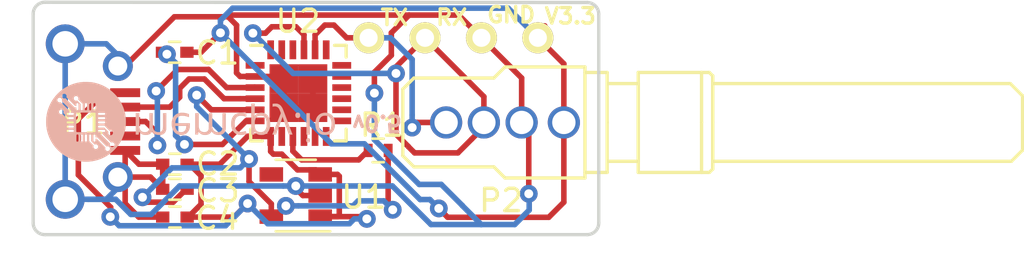
<source format=kicad_pcb>
(kicad_pcb (version 20170123) (host pcbnew no-vcs-found-37f8c83~58~ubuntu17.04.1)

  (general
    (thickness 1.6)
    (drawings 14)
    (tracks 251)
    (zones 0)
    (modules 11)
    (nets 11)
  )

  (page A4)
  (layers
    (0 F.Cu signal)
    (31 B.Cu signal)
    (32 B.Adhes user)
    (33 F.Adhes user)
    (34 B.Paste user)
    (35 F.Paste user)
    (36 B.SilkS user)
    (37 F.SilkS user)
    (38 B.Mask user)
    (39 F.Mask user)
    (40 Dwgs.User user)
    (41 Cmts.User user)
    (42 Eco1.User user)
    (43 Eco2.User user hide)
    (44 Edge.Cuts user)
    (45 Margin user)
    (46 B.CrtYd user)
    (47 F.CrtYd user)
    (48 B.Fab user)
    (49 F.Fab user hide)
  )

  (setup
    (last_trace_width 0.25)
    (trace_clearance 0.2)
    (zone_clearance 0.508)
    (zone_45_only no)
    (trace_min 0.2)
    (segment_width 0.2)
    (edge_width 0.15)
    (via_size 0.8)
    (via_drill 0.4)
    (via_min_size 0.4)
    (via_min_drill 0.3)
    (uvia_size 0.3)
    (uvia_drill 0.1)
    (uvias_allowed no)
    (uvia_min_size 0.2)
    (uvia_min_drill 0.1)
    (pcb_text_width 0.3)
    (pcb_text_size 1.5 1.5)
    (mod_edge_width 0.15)
    (mod_text_size 1 1)
    (mod_text_width 0.15)
    (pad_size 1.45 1.45)
    (pad_drill 1.05)
    (pad_to_mask_clearance 0.2)
    (aux_axis_origin 0 0)
    (grid_origin 143.62 90.1)
    (visible_elements FFFFFF7F)
    (pcbplotparams
      (layerselection 0x010f0_ffffffff)
      (usegerberextensions true)
      (excludeedgelayer true)
      (linewidth 0.100000)
      (plotframeref false)
      (viasonmask false)
      (mode 1)
      (useauxorigin false)
      (hpglpennumber 1)
      (hpglpenspeed 20)
      (hpglpendiameter 15)
      (psnegative false)
      (psa4output false)
      (plotreference true)
      (plotvalue true)
      (plotinvisibletext false)
      (padsonsilk false)
      (subtractmaskfromsilk false)
      (outputformat 1)
      (mirror false)
      (drillshape 0)
      (scaleselection 1)
      (outputdirectory gerber/))
  )

  (net 0 "")
  (net 1 V3.3)
  (net 2 "Net-(C1-Pad1)")
  (net 3 VCC)
  (net 4 V1.8)
  (net 5 GND)
  (net 6 USB_D+)
  (net 7 USB_D-)
  (net 8 RX)
  (net 9 TX)
  (net 10 "Net-(R1-Pad1)")

  (net_class Default "This is the default net class."
    (clearance 0.2)
    (trace_width 0.25)
    (via_dia 0.8)
    (via_drill 0.4)
    (uvia_dia 0.3)
    (uvia_drill 0.1)
    (add_net GND)
    (add_net "Net-(C1-Pad1)")
    (add_net "Net-(R1-Pad1)")
    (add_net RX)
    (add_net TX)
    (add_net USB_D+)
    (add_net USB_D-)
    (add_net V1.8)
    (add_net V3.3)
    (add_net VCC)
  )

  (module 54-00035:54-00035 (layer F.Cu) (tedit 59528AEF) (tstamp 595335EF)
    (at 149.1 88.68)
    (path /57AE816E)
    (fp_text reference P2 (at 4.42 3.51) (layer F.SilkS)
      (effects (font (size 1 1) (thickness 0.15)))
    )
    (fp_text value 50-00397 (at 0 -4.5) (layer F.Fab)
      (effects (font (size 1 1) (thickness 0.15)))
    )
    (fp_line (start 27.35 -1.75) (end 27.9 -1.2) (layer F.SilkS) (width 0.15))
    (fp_line (start 27.4 1.75) (end 27.9 1.25) (layer F.SilkS) (width 0.15))
    (fp_line (start 27.4 1.75) (end 13.95 1.75) (layer F.SilkS) (width 0.15))
    (fp_line (start 27.35 -1.75) (end 13.95 -1.75) (layer F.SilkS) (width 0.15))
    (fp_line (start 27.9 0) (end 27.9 -1.2) (layer F.SilkS) (width 0.15))
    (fp_line (start 27.9 0) (end 27.9 1.25) (layer F.SilkS) (width 0.15))
    (fp_line (start 13.95 0) (end 13.95 -2.1) (layer F.SilkS) (width 0.15))
    (fp_line (start 13.95 0) (end 13.95 2.1) (layer F.SilkS) (width 0.15))
    (fp_line (start 13.8 2.25) (end 13.95 2.1) (layer F.SilkS) (width 0.15))
    (fp_line (start 13.45 2.25) (end 13.8 2.25) (layer F.SilkS) (width 0.15))
    (fp_line (start 13.95 -2.1) (end 13.8 -2.25) (layer F.SilkS) (width 0.15))
    (fp_line (start 13.45 -2.25) (end 13.8 -2.25) (layer F.SilkS) (width 0.15))
    (fp_line (start 13.95 0) (end 13.95 2.1) (layer F.SilkS) (width 0.15))
    (fp_line (start 13.95 0) (end 13.95 -2.1) (layer F.SilkS) (width 0.15))
    (fp_line (start 10.6 2.25) (end 13.45 2.25) (layer F.SilkS) (width 0.15))
    (fp_line (start 13.45 -2.25) (end 10.6 -2.25) (layer F.SilkS) (width 0.15))
    (fp_line (start 13.45 0) (end 13.45 -2.25) (layer F.SilkS) (width 0.15))
    (fp_line (start 13.45 0) (end 13.45 2.25) (layer F.SilkS) (width 0.15))
    (fp_line (start 10.6 0) (end 10.6 2.25) (layer F.SilkS) (width 0.15))
    (fp_line (start 10.6 0) (end 10.6 -2.25) (layer F.SilkS) (width 0.15))
    (fp_line (start 10.6 -1.75) (end 9.2 -1.75) (layer F.SilkS) (width 0.15))
    (fp_line (start 10.6 1.75) (end 9.2 1.75) (layer F.SilkS) (width 0.15))
    (fp_line (start 10.6 0) (end 10.6 -1.75) (layer F.SilkS) (width 0.15))
    (fp_line (start 10.6 0) (end 10.6 1.75) (layer F.SilkS) (width 0.15))
    (fp_line (start 9.2 2.25) (end 8.2 2.25) (layer F.SilkS) (width 0.15))
    (fp_line (start 9.2 -2.25) (end 8.2 -2.25) (layer F.SilkS) (width 0.15))
    (fp_line (start 4.1 2) (end 0.5 2) (layer F.SilkS) (width 0.15))
    (fp_line (start 4.1 -2) (end 0.5 -2) (layer F.SilkS) (width 0.15))
    (fp_line (start 0.5 2) (end 0 1.5) (layer F.SilkS) (width 0.15))
    (fp_line (start 0 -1.5) (end 0.5 -2) (layer F.SilkS) (width 0.15))
    (fp_line (start 4.1 2) (end 4.6 2.5) (layer F.SilkS) (width 0.15))
    (fp_line (start 9.2 0) (end 9.2 2.25) (layer F.SilkS) (width 0.15))
    (fp_line (start 4.1 -2) (end 4.6 -2.5) (layer F.SilkS) (width 0.15))
    (fp_line (start 9.2 0) (end 9.2 -2.25) (layer F.SilkS) (width 0.15))
    (fp_line (start 8.2 2.5) (end 4.6 2.5) (layer F.SilkS) (width 0.15))
    (fp_line (start 8.2 -2.5) (end 8.2 2.5) (layer F.SilkS) (width 0.15))
    (fp_line (start 4.6 -2.5) (end 8.2 -2.5) (layer F.SilkS) (width 0.15))
    (fp_line (start 0 0) (end 0 1.5) (layer F.SilkS) (width 0.15))
    (fp_line (start 0 0) (end 0 -1.5) (layer F.SilkS) (width 0.15))
    (pad 4 thru_hole circle (at 7.25 0) (size 1.45 1.45) (drill 1.05) (layers *.Cu *.Mask)
      (net 1 V3.3))
    (pad 3 thru_hole circle (at 5.35 0) (size 1.45 1.45) (drill 1.05) (layers *.Cu *.Mask)
      (net 5 GND))
    (pad 2 thru_hole circle (at 3.65 0) (size 1.45 1.45) (drill 1.05) (layers *.Cu *.Mask)
      (net 8 RX))
    (pad 1 thru_hole circle (at 1.95 0) (size 1.45 1.45) (drill 1.05) (layers *.Cu *.Mask)
      (net 9 TX))
    (model ${KIPRJMOD}/lib/54-00035.step
      (at (xyz 1.043307086614173 0 0.09842519685039371))
      (scale (xyz 1 1 1))
      (rotate (xyz -90 0 -180))
    )
  )

  (module usb_otg:USB_Micro-B (layer F.Cu) (tedit 5949F52F) (tstamp 5948D5AD)
    (at 135.25 88.64 270)
    (descr "Micro USB Type B Receptacle")
    (tags "USB USB_B USB_micro USB_OTG")
    (path /5946E592)
    (attr smd)
    (fp_text reference P1 (at 0.06 0.54) (layer F.SilkS)
      (effects (font (size 1 1) (thickness 0.15)))
    )
    (fp_text value USB_OTG (at 6.76 2.22) (layer F.Fab)
      (effects (font (size 1 1) (thickness 0.15)))
    )
    (fp_line (start -4.6 -2.59) (end 4.6 -2.59) (layer F.CrtYd) (width 0.05))
    (fp_line (start 4.6 -2.59) (end 4.6 4.26) (layer F.CrtYd) (width 0.05))
    (fp_line (start 4.6 4.26) (end -4.6 4.26) (layer F.CrtYd) (width 0.05))
    (fp_line (start -4.6 4.26) (end -4.6 -2.59) (layer F.CrtYd) (width 0.05))
    (pad 1 smd rect (at -1.3 -1.35) (size 1.35 0.4) (layers F.Cu F.Paste F.Mask)
      (net 3 VCC))
    (pad 2 smd rect (at -0.65 -1.35) (size 1.35 0.4) (layers F.Cu F.Paste F.Mask)
      (net 7 USB_D-))
    (pad 3 smd rect (at 0 -1.35) (size 1.35 0.4) (layers F.Cu F.Paste F.Mask)
      (net 6 USB_D+))
    (pad 4 smd rect (at 0.65 -1.35) (size 1.35 0.4) (layers F.Cu F.Paste F.Mask))
    (pad 5 smd rect (at 1.3 -1.35) (size 1.35 0.4) (layers F.Cu F.Paste F.Mask)
      (net 5 GND))
    (pad 6 thru_hole circle (at -2.5 -1.02) (size 1.35 1.35) (drill 0.85) (layers *.Cu *.Mask)
      (net 5 GND))
    (pad 6 thru_hole circle (at 2.5 -1.02) (size 1.35 1.35) (drill 0.85) (layers *.Cu *.Mask)
      (net 5 GND))
    (pad 6 thru_hole circle (at -3.5 1.35) (size 1.75 1.75) (drill 1.15) (layers *.Cu *.Mask)
      (net 5 GND))
    (pad 6 thru_hole circle (at 3.5 1.35) (size 1.75 1.75) (drill 1.15) (layers *.Cu *.Mask)
      (net 5 GND))
    (model ${KIPRJMOD}/lib/molex.3dshapes/105017-0001.wrl
      (at (xyz 0 -0.05905511811023623 0))
      (scale (xyz 0.4 0.4 0.4))
      (rotate (xyz 90 180 180))
    )
  )

  (module memcpy_logo:memcpy_logo_13.2x3.6mm (layer B.Cu) (tedit 0) (tstamp 59494DFD)
    (at 139.59 88.65)
    (fp_text reference G*** (at 0 0) (layer B.SilkS) hide
      (effects (font (thickness 0.3)) (justify mirror))
    )
    (fp_text value LOGO (at 0.75 0) (layer B.SilkS) hide
      (effects (font (thickness 0.3)) (justify mirror))
    )
    (fp_poly (pts (xy 5.270876 0.927373) (xy 5.291253 0.919218) (xy 5.308737 0.905019) (xy 5.31128 0.902225)
      (xy 5.322147 0.886492) (xy 5.328733 0.868188) (xy 5.33157 0.845599) (xy 5.331776 0.836385)
      (xy 5.329488 0.807674) (xy 5.322364 0.784134) (xy 5.310183 0.765335) (xy 5.292725 0.750851)
      (xy 5.285801 0.746962) (xy 5.271211 0.741664) (xy 5.254002 0.738505) (xy 5.237303 0.737856)
      (xy 5.225119 0.739779) (xy 5.201575 0.750932) (xy 5.183032 0.766974) (xy 5.169794 0.787259)
      (xy 5.162167 0.811143) (xy 5.160454 0.837981) (xy 5.164948 0.867079) (xy 5.173852 0.891139)
      (xy 5.186847 0.909249) (xy 5.204191 0.921606) (xy 5.226137 0.928407) (xy 5.246446 0.929981)
      (xy 5.270876 0.927373)) (layer B.SilkS) (width 0.01))
    (fp_poly (pts (xy 5.319485 -0.384629) (xy 5.174342 -0.384629) (xy 5.174342 0.573314) (xy 5.319485 0.573314)
      (xy 5.319485 -0.384629)) (layer B.SilkS) (width 0.01))
    (fp_poly (pts (xy 0.65854 0.588877) (xy 0.706831 0.581109) (xy 0.750292 0.5681) (xy 0.789067 0.549804)
      (xy 0.8233 0.526174) (xy 0.834293 0.51658) (xy 0.850071 0.500352) (xy 0.865463 0.481669)
      (xy 0.878992 0.462542) (xy 0.889181 0.444982) (xy 0.892679 0.437109) (xy 0.896249 0.430452)
      (xy 0.899184 0.428171) (xy 0.902617 0.430997) (xy 0.908454 0.438356) (xy 0.91449 0.447221)
      (xy 0.925665 0.462326) (xy 0.940873 0.479727) (xy 0.95823 0.497518) (xy 0.975852 0.513794)
      (xy 0.991855 0.526648) (xy 0.99555 0.529216) (xy 1.038437 0.553829) (xy 1.083942 0.572158)
      (xy 1.132561 0.584345) (xy 1.18479 0.590528) (xy 1.215571 0.591421) (xy 1.267324 0.589227)
      (xy 1.313728 0.582552) (xy 1.355267 0.57123) (xy 1.392428 0.555095) (xy 1.425696 0.533979)
      (xy 1.453388 0.509903) (xy 1.475794 0.484561) (xy 1.494135 0.456927) (xy 1.508846 0.425984)
      (xy 1.520363 0.390712) (xy 1.529124 0.350093) (xy 1.533115 0.323664) (xy 1.534071 0.315302)
      (xy 1.534913 0.305337) (xy 1.535646 0.293303) (xy 1.536278 0.278733) (xy 1.536815 0.261161)
      (xy 1.537265 0.24012) (xy 1.537633 0.215143) (xy 1.537927 0.185765) (xy 1.538153 0.151518)
      (xy 1.538318 0.111936) (xy 1.538428 0.066553) (xy 1.538491 0.014902) (xy 1.538514 -0.043484)
      (xy 1.538514 -0.384629) (xy 1.393681 -0.384629) (xy 1.391341 0.302985) (xy 1.383116 0.331561)
      (xy 1.373414 0.360466) (xy 1.362148 0.384098) (xy 1.348274 0.404423) (xy 1.338476 0.415625)
      (xy 1.315892 0.435384) (xy 1.289852 0.450261) (xy 1.259766 0.46044) (xy 1.225046 0.466102)
      (xy 1.185101 0.46743) (xy 1.172142 0.467016) (xy 1.142389 0.464996) (xy 1.117587 0.461553)
      (xy 1.095489 0.456159) (xy 1.073844 0.448285) (xy 1.0541 0.439234) (xy 1.022809 0.419871)
      (xy 0.99564 0.39472) (xy 0.972923 0.364179) (xy 0.95499 0.328649) (xy 0.948955 0.312309)
      (xy 0.945359 0.301479) (xy 0.942196 0.291599) (xy 0.939438 0.282147) (xy 0.937052 0.272599)
      (xy 0.93501 0.262431) (xy 0.933281 0.251119) (xy 0.931835 0.238141) (xy 0.930641 0.222972)
      (xy 0.92967 0.20509) (xy 0.928891 0.183971) (xy 0.928273 0.15909) (xy 0.927788 0.129926)
      (xy 0.927404 0.095954) (xy 0.927091 0.05665) (xy 0.926819 0.011492) (xy 0.926557 -0.040045)
      (xy 0.926371 -0.078922) (xy 0.924907 -0.384629) (xy 0.780142 -0.384629) (xy 0.780128 -0.055336)
      (xy 0.780113 0.004537) (xy 0.780063 0.057627) (xy 0.779954 0.104405) (xy 0.779768 0.145345)
      (xy 0.779482 0.180921) (xy 0.779078 0.211605) (xy 0.778533 0.23787) (xy 0.777827 0.26019)
      (xy 0.77694 0.279037) (xy 0.775851 0.294885) (xy 0.774538 0.308206) (xy 0.772982 0.319475)
      (xy 0.771162 0.329163) (xy 0.769057 0.337744) (xy 0.766647 0.345691) (xy 0.76391 0.353478)
      (xy 0.762035 0.358443) (xy 0.746611 0.389867) (xy 0.726469 0.415926) (xy 0.701529 0.436669)
      (xy 0.67171 0.452142) (xy 0.636934 0.462393) (xy 0.597118 0.467468) (xy 0.575716 0.468081)
      (xy 0.534221 0.465774) (xy 0.495531 0.459055) (xy 0.460733 0.448202) (xy 0.430916 0.433497)
      (xy 0.423919 0.428943) (xy 0.399106 0.409152) (xy 0.378234 0.386438) (xy 0.360762 0.359887)
      (xy 0.346147 0.32859) (xy 0.333847 0.291634) (xy 0.327431 0.2667) (xy 0.318056 0.226785)
      (xy 0.316681 -0.078922) (xy 0.315307 -0.384629) (xy 0.166914 -0.384629) (xy 0.166914 0.57349)
      (xy 0.287868 0.5715) (xy 0.295968 0.526143) (xy 0.299395 0.506909) (xy 0.302664 0.48848)
      (xy 0.305396 0.473001) (xy 0.307155 0.462941) (xy 0.310208 0.450252) (xy 0.313921 0.44465)
      (xy 0.318579 0.445973) (xy 0.324056 0.453363) (xy 0.340954 0.476966) (xy 0.363353 0.50073)
      (xy 0.38967 0.52325) (xy 0.418321 0.54312) (xy 0.4374 0.553926) (xy 0.473709 0.570183)
      (xy 0.510666 0.581578) (xy 0.550009 0.588499) (xy 0.593477 0.591335) (xy 0.605276 0.591452)
      (xy 0.65854 0.588877)) (layer B.SilkS) (width 0.01))
    (fp_poly (pts (xy -2.016578 0.588754) (xy -1.967545 0.580772) (xy -1.923445 0.567495) (xy -1.88429 0.548929)
      (xy -1.850093 0.52508) (xy -1.820865 0.495951) (xy -1.803443 0.472537) (xy -1.7954 0.459843)
      (xy -1.789178 0.449181) (xy -1.785691 0.44216) (xy -1.785258 0.440576) (xy -1.782735 0.434797)
      (xy -1.780214 0.432131) (xy -1.776824 0.431075) (xy -1.772405 0.433799) (xy -1.76598 0.441163)
      (xy -1.75866 0.451083) (xy -1.735932 0.478689) (xy -1.708399 0.505298) (xy -1.677986 0.529347)
      (xy -1.646619 0.549276) (xy -1.623786 0.56051) (xy -1.580823 0.575315) (xy -1.534049 0.585383)
      (xy -1.485081 0.590667) (xy -1.435539 0.591122) (xy -1.387038 0.586702) (xy -1.341198 0.577362)
      (xy -1.315209 0.56922) (xy -1.277263 0.552472) (xy -1.244332 0.53133) (xy -1.216103 0.505417)
      (xy -1.192263 0.474359) (xy -1.172501 0.437781) (xy -1.156504 0.395307) (xy -1.149403 0.370114)
      (xy -1.148121 0.364941) (xy -1.146986 0.359824) (xy -1.145986 0.354307) (xy -1.145111 0.347933)
      (xy -1.144352 0.340247) (xy -1.143696 0.330793) (xy -1.143134 0.319115) (xy -1.142656 0.304757)
      (xy -1.14225 0.287262) (xy -1.141907 0.266176) (xy -1.141615 0.241042) (xy -1.141365 0.211403)
      (xy -1.141145 0.176805) (xy -1.140946 0.13679) (xy -1.140757 0.090904) (xy -1.140566 0.03869)
      (xy -1.140365 -0.020308) (xy -1.140357 -0.022679) (xy -1.139138 -0.384629) (xy -1.284515 -0.384629)
      (xy -1.284515 -0.049387) (xy -1.284518 0.0106) (xy -1.284547 0.063802) (xy -1.284627 0.110688)
      (xy -1.284785 0.151732) (xy -1.285047 0.187403) (xy -1.28544 0.218173) (xy -1.285989 0.244514)
      (xy -1.286722 0.266896) (xy -1.287665 0.285792) (xy -1.288844 0.301671) (xy -1.290286 0.315006)
      (xy -1.292017 0.326267) (xy -1.294063 0.335927) (xy -1.296451 0.344455) (xy -1.299208 0.352325)
      (xy -1.302359 0.360005) (xy -1.305931 0.367969) (xy -1.308176 0.372837) (xy -1.325388 0.401918)
      (xy -1.347725 0.42591) (xy -1.375002 0.444671) (xy -1.407032 0.458059) (xy -1.425437 0.462835)
      (xy -1.450839 0.466451) (xy -1.480504 0.467829) (xy -1.511807 0.467006) (xy -1.542119 0.464015)
      (xy -1.559487 0.461042) (xy -1.598623 0.450015) (xy -1.632904 0.433971) (xy -1.662547 0.41269)
      (xy -1.687766 0.385949) (xy -1.708778 0.35353) (xy -1.725797 0.31521) (xy -1.736881 0.2794)
      (xy -1.746801 0.2413) (xy -1.748072 -0.071665) (xy -1.749343 -0.384629) (xy -1.893741 -0.384629)
      (xy -1.894968 -0.042636) (xy -1.895178 0.014894) (xy -1.895376 0.065634) (xy -1.895574 0.11005)
      (xy -1.895784 0.14861) (xy -1.896015 0.181779) (xy -1.896281 0.210026) (xy -1.896591 0.233817)
      (xy -1.896957 0.253618) (xy -1.89739 0.269896) (xy -1.897902 0.283119) (xy -1.898503 0.293753)
      (xy -1.899205 0.302264) (xy -1.90002 0.309121) (xy -1.900958 0.314789) (xy -1.90203 0.319735)
      (xy -1.903249 0.324426) (xy -1.903848 0.326581) (xy -1.916651 0.363494) (xy -1.932751 0.394167)
      (xy -1.952564 0.419019) (xy -1.976508 0.438472) (xy -2.005001 0.452945) (xy -2.03846 0.46286)
      (xy -2.039258 0.463031) (xy -2.058842 0.465787) (xy -2.083191 0.467125) (xy -2.109964 0.467107)
      (xy -2.136821 0.465794) (xy -2.161422 0.463249) (xy -2.181426 0.459533) (xy -2.182586 0.459233)
      (xy -2.220701 0.445819) (xy -2.254022 0.42702) (xy -2.282617 0.402767) (xy -2.306554 0.37299)
      (xy -2.3259 0.337622) (xy -2.339919 0.299357) (xy -2.343343 0.28759) (xy -2.346351 0.276563)
      (xy -2.348973 0.265738) (xy -2.351238 0.254574) (xy -2.353176 0.242533) (xy -2.354815 0.229074)
      (xy -2.356185 0.213659) (xy -2.357316 0.195747) (xy -2.358237 0.1748) (xy -2.358978 0.150277)
      (xy -2.359567 0.12164) (xy -2.360035 0.088349) (xy -2.36041 0.049865) (xy -2.360722 0.005647)
      (xy -2.361001 -0.044842) (xy -2.361226 -0.091622) (xy -2.362593 -0.384629) (xy -2.507343 -0.384629)
      (xy -2.507343 0.573314) (xy -2.388354 0.573314) (xy -2.38233 0.53975) (xy -2.376935 0.509928)
      (xy -2.372601 0.486573) (xy -2.369181 0.468996) (xy -2.366528 0.456508) (xy -2.364496 0.44842)
      (xy -2.362938 0.444042) (xy -2.361707 0.442687) (xy -2.361671 0.442685) (xy -2.358291 0.445441)
      (xy -2.352396 0.452567) (xy -2.347078 0.459921) (xy -2.318627 0.495064) (xy -2.28528 0.525027)
      (xy -2.247393 0.54964) (xy -2.205317 0.568737) (xy -2.159407 0.582149) (xy -2.110016 0.589708)
      (xy -2.070532 0.591436) (xy -2.016578 0.588754)) (layer B.SilkS) (width 0.01))
    (fp_poly (pts (xy 6.039307 0.590328) (xy 6.093507 0.585899) (xy 6.142697 0.576835) (xy 6.187711 0.562802)
      (xy 6.229385 0.543468) (xy 6.268551 0.518499) (xy 6.306046 0.487563) (xy 6.312901 0.481125)
      (xy 6.34672 0.445195) (xy 6.375374 0.406773) (xy 6.399329 0.364969) (xy 6.419053 0.318895)
      (xy 6.435011 0.267661) (xy 6.443286 0.232597) (xy 6.446329 0.217712) (xy 6.448661 0.204663)
      (xy 6.450379 0.192117) (xy 6.451577 0.178742) (xy 6.452351 0.163203) (xy 6.452798 0.144168)
      (xy 6.453012 0.120305) (xy 6.453082 0.096157) (xy 6.452829 0.057972) (xy 6.451807 0.025485)
      (xy 6.449816 -0.002839) (xy 6.446656 -0.028536) (xy 6.442127 -0.053143) (xy 6.436028 -0.078196)
      (xy 6.428158 -0.105231) (xy 6.425889 -0.112486) (xy 6.405682 -0.165421) (xy 6.380215 -0.213445)
      (xy 6.34971 -0.256405) (xy 6.314384 -0.294147) (xy 6.27446 -0.326519) (xy 6.230156 -0.353367)
      (xy 6.181692 -0.374539) (xy 6.12929 -0.389882) (xy 6.073168 -0.399242) (xy 6.013547 -0.402467)
      (xy 6.008914 -0.402457) (xy 5.981539 -0.401524) (xy 5.953355 -0.399242) (xy 5.928148 -0.395929)
      (xy 5.925448 -0.395468) (xy 5.871935 -0.382624) (xy 5.822296 -0.36378) (xy 5.77669 -0.33917)
      (xy 5.735277 -0.30903) (xy 5.698218 -0.273594) (xy 5.665673 -0.233098) (xy 5.6378 -0.187775)
      (xy 5.614762 -0.137862) (xy 5.596716 -0.083592) (xy 5.583824 -0.0252) (xy 5.576245 0.037078)
      (xy 5.574416 0.094343) (xy 5.725084 0.094343) (xy 5.727319 0.032048) (xy 5.734077 -0.024593)
      (xy 5.745371 -0.075613) (xy 5.761214 -0.121044) (xy 5.781619 -0.160918) (xy 5.8066 -0.195269)
      (xy 5.836171 -0.224128) (xy 5.864304 -0.243991) (xy 5.89671 -0.25982) (xy 5.933639 -0.271305)
      (xy 5.973669 -0.278271) (xy 6.015382 -0.280542) (xy 6.057358 -0.277942) (xy 6.090908 -0.272068)
      (xy 6.127353 -0.261461) (xy 6.158796 -0.247264) (xy 6.186991 -0.228537) (xy 6.209618 -0.20845)
      (xy 6.235145 -0.178358) (xy 6.257112 -0.142407) (xy 6.275227 -0.101214) (xy 6.289198 -0.0554)
      (xy 6.295445 -0.026096) (xy 6.299441 0.002772) (xy 6.302064 0.03645) (xy 6.303337 0.073139)
      (xy 6.303284 0.11104) (xy 6.301926 0.148358) (xy 6.299286 0.183292) (xy 6.295389 0.214047)
      (xy 6.292169 0.231042) (xy 6.280604 0.274748) (xy 6.266596 0.312523) (xy 6.249583 0.345446)
      (xy 6.229006 0.374595) (xy 6.204303 0.401047) (xy 6.203174 0.402107) (xy 6.172274 0.426487)
      (xy 6.137702 0.445131) (xy 6.099174 0.458127) (xy 6.056407 0.465562) (xy 6.009117 0.467525)
      (xy 5.993345 0.467029) (xy 5.963642 0.464918) (xy 5.938806 0.461335) (xy 5.916509 0.455723)
      (xy 5.894419 0.447526) (xy 5.875782 0.438953) (xy 5.841821 0.418588) (xy 5.812264 0.392852)
      (xy 5.787075 0.361667) (xy 5.766221 0.324954) (xy 5.749667 0.282635) (xy 5.737379 0.234629)
      (xy 5.729322 0.18086) (xy 5.725462 0.121247) (xy 5.725084 0.094343) (xy 5.574416 0.094343)
      (xy 5.574139 0.103008) (xy 5.574478 0.119743) (xy 5.579018 0.186169) (xy 5.588506 0.247421)
      (xy 5.603018 0.3037) (xy 5.622629 0.35521) (xy 5.647413 0.402153) (xy 5.677447 0.444732)
      (xy 5.707394 0.477878) (xy 5.74635 0.511577) (xy 5.78928 0.539301) (xy 5.836233 0.561065)
      (xy 5.887259 0.576886) (xy 5.942406 0.58678) (xy 6.001723 0.590765) (xy 6.039307 0.590328)) (layer B.SilkS) (width 0.01))
    (fp_poly (pts (xy 2.280349 0.589461) (xy 2.332301 0.583892) (xy 2.379327 0.57515) (xy 2.392956 0.571692)
      (xy 2.409422 0.567012) (xy 2.427014 0.561655) (xy 2.44402 0.556172) (xy 2.458731 0.551109)
      (xy 2.469434 0.547013) (xy 2.473793 0.544912) (xy 2.474899 0.54205) (xy 2.474076 0.535518)
      (xy 2.47112 0.524586) (xy 2.46583 0.50852) (xy 2.458003 0.48659) (xy 2.456579 0.482701)
      (xy 2.449413 0.463309) (xy 2.443067 0.446401) (xy 2.437972 0.433107) (xy 2.434562 0.424561)
      (xy 2.43332 0.421883) (xy 2.429464 0.422301) (xy 2.420288 0.424634) (xy 2.407344 0.428462)
      (xy 2.39792 0.431463) (xy 2.349861 0.445396) (xy 2.303239 0.455467) (xy 2.259262 0.461485)
      (xy 2.219137 0.46326) (xy 2.200728 0.462484) (xy 2.154232 0.456101) (xy 2.112367 0.444344)
      (xy 2.075078 0.427149) (xy 2.04231 0.40445) (xy 2.014009 0.376182) (xy 1.99012 0.342278)
      (xy 1.970588 0.302674) (xy 1.955357 0.257305) (xy 1.944374 0.206104) (xy 1.937583 0.149007)
      (xy 1.937548 0.148555) (xy 1.935329 0.094758) (xy 1.936947 0.041816) (xy 1.942248 -0.008962)
      (xy 1.95108 -0.056266) (xy 1.963288 -0.098786) (xy 1.968038 -0.11156) (xy 1.981545 -0.14147)
      (xy 1.997182 -0.167184) (xy 2.016743 -0.191423) (xy 2.029926 -0.20521) (xy 2.055637 -0.228045)
      (xy 2.08235 -0.24574) (xy 2.111337 -0.258811) (xy 2.143867 -0.267774) (xy 2.181211 -0.273144)
      (xy 2.200728 -0.274571) (xy 2.2437 -0.274574) (xy 2.290362 -0.2704) (xy 2.338745 -0.262414)
      (xy 2.38688 -0.250983) (xy 2.432798 -0.236471) (xy 2.45745 -0.226868) (xy 2.459737 -0.226362)
      (xy 2.4614 -0.227693) (xy 2.462536 -0.231807) (xy 2.463246 -0.239648) (xy 2.463626 -0.252164)
      (xy 2.463777 -0.2703) (xy 2.4638 -0.287639) (xy 2.463635 -0.312891) (xy 2.46311 -0.331576)
      (xy 2.462179 -0.344375) (xy 2.460795 -0.351973) (xy 2.459264 -0.354824) (xy 2.452136 -0.358938)
      (xy 2.439747 -0.36438) (xy 2.42382 -0.370503) (xy 2.406076 -0.376661) (xy 2.388239 -0.382209)
      (xy 2.380342 -0.384415) (xy 2.345057 -0.39203) (xy 2.304979 -0.397626) (xy 2.262321 -0.401085)
      (xy 2.219292 -0.40229) (xy 2.178104 -0.401124) (xy 2.140968 -0.39747) (xy 2.139042 -0.397188)
      (xy 2.083651 -0.385746) (xy 2.03281 -0.368652) (xy 1.986507 -0.345898) (xy 1.944728 -0.317473)
      (xy 1.90746 -0.283368) (xy 1.874688 -0.243573) (xy 1.846399 -0.198079) (xy 1.840113 -0.185987)
      (xy 1.820526 -0.140978) (xy 1.805392 -0.09268) (xy 1.794577 -0.040413) (xy 1.787947 0.016503)
      (xy 1.785365 0.078747) (xy 1.78532 0.090191) (xy 1.787771 0.158541) (xy 1.79501 0.221594)
      (xy 1.807113 0.279577) (xy 1.824158 0.332714) (xy 1.846223 0.381231) (xy 1.873384 0.425353)
      (xy 1.90572 0.465306) (xy 1.919038 0.479103) (xy 1.955381 0.510892) (xy 1.994583 0.536895)
      (xy 2.037733 0.557733) (xy 2.084614 0.573663) (xy 2.128413 0.583306) (xy 2.176743 0.58916)
      (xy 2.227943 0.591214) (xy 2.280349 0.589461)) (layer B.SilkS) (width 0.01))
    (fp_poly (pts (xy -0.416436 0.588646) (xy -0.365575 0.580254) (xy -0.3188 0.566116) (xy -0.27578 0.546103)
      (xy -0.236183 0.520086) (xy -0.19968 0.487935) (xy -0.19567 0.483844) (xy -0.164598 0.448059)
      (xy -0.139092 0.410427) (xy -0.118504 0.369704) (xy -0.102184 0.324648) (xy -0.091875 0.285138)
      (xy -0.088885 0.270966) (xy -0.08656 0.257551) (xy -0.084784 0.243542) (xy -0.08344 0.227585)
      (xy -0.082414 0.20833) (xy -0.081589 0.184422) (xy -0.080903 0.156935) (xy -0.078937 0.068943)
      (xy -0.741303 0.068943) (xy -0.739226 0.037193) (xy -0.733982 -0.00805) (xy -0.724481 -0.052291)
      (xy -0.711196 -0.093985) (xy -0.6946 -0.131585) (xy -0.67997 -0.156611) (xy -0.655068 -0.18771)
      (xy -0.624569 -0.215031) (xy -0.589422 -0.237927) (xy -0.550578 -0.255751) (xy -0.5207 -0.265119)
      (xy -0.483955 -0.271912) (xy -0.442246 -0.275076) (xy -0.396814 -0.274744) (xy -0.348903 -0.271048)
      (xy -0.299755 -0.26412) (xy -0.250612 -0.254093) (xy -0.202718 -0.241098) (xy -0.161472 -0.226886)
      (xy -0.147874 -0.221816) (xy -0.135986 -0.21766) (xy -0.12824 -0.215264) (xy -0.127908 -0.215182)
      (xy -0.119743 -0.21324) (xy -0.119743 -0.339921) (xy -0.129722 -0.344545) (xy -0.157618 -0.356096)
      (xy -0.190484 -0.367457) (xy -0.226047 -0.377962) (xy -0.262037 -0.386946) (xy -0.29618 -0.393741)
      (xy -0.299358 -0.394267) (xy -0.319849 -0.396822) (xy -0.345383 -0.398825) (xy -0.374305 -0.400255)
      (xy -0.404964 -0.401089) (xy -0.435706 -0.401307) (xy -0.464878 -0.400887) (xy -0.490826 -0.399808)
      (xy -0.511899 -0.398048) (xy -0.518886 -0.397103) (xy -0.57642 -0.384816) (xy -0.629585 -0.366881)
      (xy -0.678252 -0.343386) (xy -0.722297 -0.31442) (xy -0.761591 -0.280073) (xy -0.796008 -0.240433)
      (xy -0.82542 -0.195589) (xy -0.836499 -0.174726) (xy -0.854998 -0.133045) (xy -0.869329 -0.090368)
      (xy -0.879744 -0.045461) (xy -0.886499 0.00291) (xy -0.889845 0.05598) (xy -0.890325 0.087085)
      (xy -0.88792 0.155518) (xy -0.883373 0.194466) (xy -0.7366 0.194466) (xy -0.7366 0.185057)
      (xy -0.235858 0.185057) (xy -0.235858 0.208167) (xy -0.237079 0.230431) (xy -0.240418 0.256588)
      (xy -0.24539 0.283756) (xy -0.251509 0.309053) (xy -0.25459 0.319314) (xy -0.270004 0.356001)
      (xy -0.290806 0.388479) (xy -0.316437 0.416215) (xy -0.346342 0.438678) (xy -0.379964 0.455334)
      (xy -0.404997 0.463153) (xy -0.427275 0.466955) (xy -0.453831 0.468991) (xy -0.482032 0.469259)
      (xy -0.509244 0.467759) (xy -0.532833 0.464491) (xy -0.538743 0.463182) (xy -0.578074 0.449907)
      (xy -0.613551 0.430582) (xy -0.645 0.40541) (xy -0.672246 0.374598) (xy -0.695112 0.33835)
      (xy -0.713425 0.296871) (xy -0.727007 0.250367) (xy -0.729147 0.240449) (xy -0.732316 0.223998)
      (xy -0.734816 0.209315) (xy -0.736316 0.198429) (xy -0.7366 0.194466) (xy -0.883373 0.194466)
      (xy -0.880527 0.218841) (xy -0.86809 0.277267) (xy -0.850551 0.331009) (xy -0.827854 0.380282)
      (xy -0.801317 0.423355) (xy -0.767152 0.466397) (xy -0.729587 0.503042) (xy -0.688576 0.533314)
      (xy -0.644072 0.557236) (xy -0.59603 0.574832) (xy -0.544404 0.586125) (xy -0.489148 0.591138)
      (xy -0.471715 0.591421) (xy -0.416436 0.588646)) (layer B.SilkS) (width 0.01))
    (fp_poly (pts (xy 4.801924 -0.176043) (xy 4.827255 -0.183053) (xy 4.848308 -0.195829) (xy 4.865265 -0.214465)
      (xy 4.872389 -0.226246) (xy 4.876461 -0.234425) (xy 4.879226 -0.241844) (xy 4.880935 -0.250182)
      (xy 4.881839 -0.261118) (xy 4.882191 -0.276332) (xy 4.882242 -0.2921) (xy 4.88211 -0.312165)
      (xy 4.881576 -0.32657) (xy 4.880436 -0.33691) (xy 4.878485 -0.344779) (xy 4.875516 -0.351771)
      (xy 4.874252 -0.354209) (xy 4.859894 -0.376256) (xy 4.843238 -0.392102) (xy 4.823184 -0.402413)
      (xy 4.798634 -0.407858) (xy 4.784292 -0.408967) (xy 4.76212 -0.40876) (xy 4.745348 -0.406234)
      (xy 4.741463 -0.40501) (xy 4.719925 -0.394919) (xy 4.703854 -0.382138) (xy 4.691561 -0.365162)
      (xy 4.687351 -0.356924) (xy 4.682192 -0.345202) (xy 4.678933 -0.335191) (xy 4.677138 -0.324521)
      (xy 4.67637 -0.310827) (xy 4.676203 -0.296402) (xy 4.676787 -0.271746) (xy 4.679031 -0.252319)
      (xy 4.683392 -0.236196) (xy 4.690329 -0.22145) (xy 4.696327 -0.211853) (xy 4.711004 -0.195074)
      (xy 4.729271 -0.183544) (xy 4.752014 -0.176827) (xy 4.772134 -0.174706) (xy 4.801924 -0.176043)) (layer B.SilkS) (width 0.01))
    (fp_poly (pts (xy 3.718033 0.572478) (xy 3.796484 0.5715) (xy 3.836069 0.468085) (xy 3.855658 0.416921)
      (xy 3.873017 0.371607) (xy 3.888502 0.331214) (xy 3.902471 0.294813) (xy 3.915281 0.261473)
      (xy 3.927288 0.230266) (xy 3.938849 0.200261) (xy 3.950323 0.170529) (xy 3.955223 0.157843)
      (xy 3.978603 0.09674) (xy 4.000099 0.039355) (xy 4.019588 -0.013949) (xy 4.036946 -0.06281)
      (xy 4.052048 -0.106864) (xy 4.06477 -0.145749) (xy 4.074988 -0.179102) (xy 4.082578 -0.206559)
      (xy 4.087415 -0.227758) (xy 4.087741 -0.229507) (xy 4.090972 -0.239531) (xy 4.095127 -0.242638)
      (xy 4.099225 -0.238796) (xy 4.101942 -0.22998) (xy 4.103822 -0.222631) (xy 4.107693 -0.209494)
      (xy 4.113203 -0.191652) (xy 4.119999 -0.170187) (xy 4.127731 -0.14618) (xy 4.136046 -0.120713)
      (xy 4.144593 -0.094868) (xy 4.153021 -0.069727) (xy 4.160977 -0.046372) (xy 4.16811 -0.025884)
      (xy 4.170216 -0.019957) (xy 4.175406 -0.005422) (xy 4.182438 0.014298) (xy 4.190722 0.037549)
      (xy 4.199669 0.062677) (xy 4.208691 0.088029) (xy 4.210937 0.094343) (xy 4.219974 0.119725)
      (xy 4.229723 0.147047) (xy 4.240391 0.176891) (xy 4.252188 0.209837) (xy 4.265321 0.246468)
      (xy 4.28 0.287365) (xy 4.296433 0.33311) (xy 4.314828 0.384284) (xy 4.335394 0.441469)
      (xy 4.344317 0.466271) (xy 4.353618 0.492) (xy 4.362206 0.51552) (xy 4.369757 0.53596)
      (xy 4.375946 0.55245) (xy 4.380447 0.56412) (xy 4.382938 0.5701) (xy 4.383254 0.570667)
      (xy 4.387439 0.571455) (xy 4.397776 0.572063) (xy 4.41316 0.572468) (xy 4.432489 0.572642)
      (xy 4.454657 0.572562) (xy 4.461911 0.572481) (xy 4.538184 0.5715) (xy 4.520471 0.524328)
      (xy 4.511764 0.501141) (xy 4.501843 0.474718) (xy 4.492043 0.448619) (xy 4.485046 0.429985)
      (xy 4.479668 0.415682) (xy 4.47214 0.395692) (xy 4.46288 0.37112) (xy 4.452302 0.343069)
      (xy 4.440823 0.312641) (xy 4.428859 0.28094) (xy 4.416826 0.249069) (xy 4.416633 0.248557)
      (xy 4.397684 0.198378) (xy 4.37847 0.14749) (xy 4.359244 0.096561) (xy 4.340256 0.046258)
      (xy 4.321759 -0.002752) (xy 4.304003 -0.049801) (xy 4.287242 -0.094222) (xy 4.271727 -0.135348)
      (xy 4.25771 -0.172511) (xy 4.245442 -0.205045) (xy 4.235175 -0.232281) (xy 4.227161 -0.253554)
      (xy 4.225627 -0.257629) (xy 4.20507 -0.31222) (xy 4.18687 -0.360487) (xy 4.170838 -0.402897)
      (xy 4.156784 -0.439923) (xy 4.144517 -0.472032) (xy 4.133847 -0.499696) (xy 4.124586 -0.523384)
      (xy 4.116541 -0.543566) (xy 4.109524 -0.560713) (xy 4.103345 -0.575293) (xy 4.097813 -0.587777)
      (xy 4.092738 -0.598634) (xy 4.087931 -0.608336) (xy 4.083202 -0.617351) (xy 4.07836 -0.626149)
      (xy 4.073215 -0.635201) (xy 4.072335 -0.636733) (xy 4.0443 -0.680697) (xy 4.014514 -0.717875)
      (xy 3.982517 -0.748622) (xy 3.947847 -0.773296) (xy 3.910043 -0.792252) (xy 3.868642 -0.805845)
      (xy 3.846792 -0.810677) (xy 3.828649 -0.813161) (xy 3.805796 -0.814897) (xy 3.780746 -0.815816)
      (xy 3.756014 -0.815848) (xy 3.734115 -0.814924) (xy 3.724728 -0.814049) (xy 3.714209 -0.812571)
      (xy 3.699283 -0.810201) (xy 3.682672 -0.807392) (xy 3.667101 -0.804599) (xy 3.660321 -0.803303)
      (xy 3.650342 -0.801338) (xy 3.650342 -0.684893) (xy 3.662135 -0.687318) (xy 3.67742 -0.689757)
      (xy 3.697192 -0.691923) (xy 3.71918 -0.693669) (xy 3.741114 -0.694848) (xy 3.760722 -0.695312)
      (xy 3.775735 -0.694915) (xy 3.777342 -0.694783) (xy 3.81498 -0.688354) (xy 3.848739 -0.676175)
      (xy 3.879531 -0.657792) (xy 3.908269 -0.632753) (xy 3.913455 -0.627332) (xy 3.923813 -0.615495)
      (xy 3.933349 -0.602826) (xy 3.942531 -0.588424) (xy 3.951828 -0.571389) (xy 3.961706 -0.55082)
      (xy 3.972635 -0.525816) (xy 3.985081 -0.495476) (xy 3.995115 -0.470155) (xy 4.026325 -0.390581)
      (xy 3.969452 -0.248812) (xy 3.959601 -0.224259) (xy 3.947348 -0.193724) (xy 3.932994 -0.157959)
      (xy 3.916842 -0.117717) (xy 3.899194 -0.07375) (xy 3.880352 -0.02681) (xy 3.860618 0.022351)
      (xy 3.840293 0.072979) (xy 3.81968 0.124323) (xy 3.799081 0.175631) (xy 3.779271 0.224971)
      (xy 3.760454 0.271838) (xy 3.742365 0.316899) (xy 3.725191 0.359685) (xy 3.709121 0.399726)
      (xy 3.694343 0.436554) (xy 3.681045 0.4697) (xy 3.669416 0.498694) (xy 3.659643 0.523067)
      (xy 3.651915 0.542351) (xy 3.646419 0.556076) (xy 3.643345 0.563772) (xy 3.642772 0.56522)
      (xy 3.639583 0.573455) (xy 3.718033 0.572478)) (layer B.SilkS) (width 0.01))
    (fp_poly (pts (xy 3.194739 0.588451) (xy 3.246647 0.579506) (xy 3.294483 0.564568) (xy 3.338293 0.543611)
      (xy 3.378122 0.516612) (xy 3.414016 0.483545) (xy 3.446021 0.444387) (xy 3.464554 0.416002)
      (xy 3.485623 0.375454) (xy 3.50328 0.329777) (xy 3.517704 0.27844) (xy 3.52779 0.2286)
      (xy 3.531812 0.198098) (xy 3.534544 0.162352) (xy 3.535991 0.12326) (xy 3.536156 0.082719)
      (xy 3.535043 0.042626) (xy 3.532656 0.004879) (xy 3.528997 -0.028625) (xy 3.527264 -0.039915)
      (xy 3.514159 -0.100614) (xy 3.49631 -0.156113) (xy 3.473839 -0.206298) (xy 3.446867 -0.251056)
      (xy 3.415517 -0.29027) (xy 3.379913 -0.323828) (xy 3.340175 -0.351614) (xy 3.296428 -0.373515)
      (xy 3.248792 -0.389415) (xy 3.197391 -0.399201) (xy 3.142347 -0.402759) (xy 3.138714 -0.402772)
      (xy 3.083355 -0.399684) (xy 3.03179 -0.390415) (xy 2.983994 -0.374954) (xy 2.939941 -0.353291)
      (xy 2.899607 -0.325417) (xy 2.862967 -0.29132) (xy 2.862116 -0.290408) (xy 2.847844 -0.27553)
      (xy 2.837644 -0.266158) (xy 2.831111 -0.262085) (xy 2.827839 -0.263106) (xy 2.827424 -0.269013)
      (xy 2.828031 -0.27305) (xy 2.830145 -0.287882) (xy 2.831977 -0.308144) (xy 2.833535 -0.334073)
      (xy 2.834825 -0.365905) (xy 2.835855 -0.403878) (xy 2.836631 -0.448228) (xy 2.837159 -0.499193)
      (xy 2.837448 -0.55701) (xy 2.837511 -0.601436) (xy 2.837542 -0.816429) (xy 2.6924 -0.816429)
      (xy 2.6924 0.113236) (xy 2.839281 0.113236) (xy 2.839365 0.083147) (xy 2.839803 0.053843)
      (xy 2.840594 0.026662) (xy 2.841739 0.002945) (xy 2.843238 -0.015969) (xy 2.844176 -0.023586)
      (xy 2.853773 -0.074422) (xy 2.866704 -0.118981) (xy 2.883107 -0.157499) (xy 2.903118 -0.190214)
      (xy 2.926876 -0.217363) (xy 2.954518 -0.239185) (xy 2.976113 -0.251349) (xy 3.01325 -0.265822)
      (xy 3.054103 -0.275489) (xy 3.096798 -0.280175) (xy 3.13946 -0.279704) (xy 3.180217 -0.273899)
      (xy 3.19036 -0.271471) (xy 3.226132 -0.258403) (xy 3.259148 -0.238844) (xy 3.288745 -0.213248)
      (xy 3.308493 -0.190108) (xy 3.331686 -0.154292) (xy 3.350884 -0.113913) (xy 3.366368 -0.068291)
      (xy 3.37708 -0.023586) (xy 3.379816 -0.004959) (xy 3.381888 0.019328) (xy 3.383295 0.047707)
      (xy 3.384037 0.078611) (xy 3.384115 0.110474) (xy 3.383526 0.141728) (xy 3.382272 0.170805)
      (xy 3.380351 0.19614) (xy 3.377764 0.216164) (xy 3.37714 0.219528) (xy 3.365247 0.26841)
      (xy 3.350123 0.311219) (xy 3.331495 0.348508) (xy 3.309088 0.380833) (xy 3.284659 0.406889)
      (xy 3.26468 0.423921) (xy 3.245119 0.437039) (xy 3.22326 0.447854) (xy 3.201815 0.456102)
      (xy 3.190863 0.459818) (xy 3.181398 0.462481) (xy 3.171877 0.46426) (xy 3.160759 0.465323)
      (xy 3.146501 0.465837) (xy 3.127561 0.46597) (xy 3.1115 0.465929) (xy 3.086764 0.465678)
      (xy 3.067629 0.465055) (xy 3.05244 0.463911) (xy 3.039544 0.462096) (xy 3.027286 0.459463)
      (xy 3.020785 0.457767) (xy 2.987851 0.446888) (xy 2.959961 0.433193) (xy 2.935101 0.415559)
      (xy 2.919115 0.400957) (xy 2.899696 0.378813) (xy 2.883313 0.353635) (xy 2.869569 0.324508)
      (xy 2.858064 0.290516) (xy 2.848401 0.250745) (xy 2.84417 0.2286) (xy 2.842485 0.214668)
      (xy 2.841153 0.194827) (xy 2.840175 0.170416) (xy 2.839551 0.142772) (xy 2.839281 0.113236)
      (xy 2.6924 0.113236) (xy 2.6924 0.573314) (xy 2.810974 0.573314) (xy 2.815466 0.541564)
      (xy 2.81908 0.516848) (xy 2.822635 0.494036) (xy 2.82595 0.474175) (xy 2.828842 0.458313)
      (xy 2.831129 0.447499) (xy 2.832627 0.442779) (xy 2.832674 0.442726) (xy 2.835746 0.444235)
      (xy 2.841593 0.450114) (xy 2.845994 0.455385) (xy 2.879665 0.493351) (xy 2.915802 0.524817)
      (xy 2.954816 0.549976) (xy 2.99712 0.569018) (xy 3.043123 0.582135) (xy 3.093237 0.589518)
      (xy 3.138714 0.591428) (xy 3.194739 0.588451)) (layer B.SilkS) (width 0.01))
    (fp_poly (pts (xy -4.696296 1.79079) (xy -4.6577 1.789991) (xy -4.622132 1.788756) (xy -4.590848 1.787086)
      (xy -4.565103 1.784982) (xy -4.557486 1.784124) (xy -4.517051 1.778926) (xy -4.481589 1.773861)
      (xy -4.448836 1.768532) (xy -4.41653 1.762538) (xy -4.382407 1.755483) (xy -4.344201 1.746967)
      (xy -4.337062 1.745328) (xy -4.230903 1.71718) (xy -4.126885 1.682256) (xy -4.025321 1.640803)
      (xy -3.926521 1.593068) (xy -3.830798 1.539297) (xy -3.738463 1.479737) (xy -3.649829 1.414636)
      (xy -3.565208 1.344239) (xy -3.484911 1.268794) (xy -3.40925 1.188548) (xy -3.338537 1.103748)
      (xy -3.273083 1.014639) (xy -3.213202 0.92147) (xy -3.159205 0.824487) (xy -3.149582 0.805543)
      (xy -3.101731 0.702652) (xy -3.061009 0.599399) (xy -3.027307 0.49532) (xy -3.000515 0.389951)
      (xy -2.980524 0.282827) (xy -2.967225 0.173486) (xy -2.960508 0.061464) (xy -2.95958 0)
      (xy -2.962805 -0.113656) (xy -2.972553 -0.22438) (xy -2.988935 -0.332638) (xy -3.012058 -0.438891)
      (xy -3.042034 -0.543606) (xy -3.07897 -0.647245) (xy -3.122977 -0.750273) (xy -3.149582 -0.805543)
      (xy -3.202418 -0.903223) (xy -3.261198 -0.997137) (xy -3.325609 -1.087038) (xy -3.39534 -1.172679)
      (xy -3.470079 -1.253813) (xy -3.549513 -1.330194) (xy -3.633332 -1.401574) (xy -3.721222 -1.467707)
      (xy -3.812872 -1.528345) (xy -3.907969 -1.583242) (xy -4.006203 -1.632151) (xy -4.10726 -1.674824)
      (xy -4.210829 -1.711016) (xy -4.316598 -1.740479) (xy -4.337062 -1.745329) (xy -4.384619 -1.755989)
      (xy -4.427423 -1.764855) (xy -4.466912 -1.772088) (xy -4.504523 -1.777855) (xy -4.541693 -1.782319)
      (xy -4.579861 -1.785645) (xy -4.620462 -1.787996) (xy -4.664936 -1.789537) (xy -4.714718 -1.790432)
      (xy -4.733472 -1.790622) (xy -4.764526 -1.790843) (xy -4.793732 -1.790971) (xy -4.820187 -1.791006)
      (xy -4.842989 -1.790953) (xy -4.861235 -1.790811) (xy -4.874022 -1.790584) (xy -4.880429 -1.790276)
      (xy -4.88861 -1.789366) (xy -4.902303 -1.787893) (xy -4.919801 -1.786039) (xy -4.939399 -1.783985)
      (xy -4.945743 -1.783324) (xy -5.057244 -1.76811) (xy -5.167333 -1.745781) (xy -5.276019 -1.716334)
      (xy -5.383314 -1.679766) (xy -5.489226 -1.636075) (xy -5.508172 -1.627441) (xy -5.528978 -1.617751)
      (xy -5.546749 -1.609267) (xy -5.563092 -1.601159) (xy -5.579615 -1.592598) (xy -5.597927 -1.582754)
      (xy -5.619636 -1.570797) (xy -5.640615 -1.559104) (xy -5.716978 -1.513274) (xy -5.793457 -1.461287)
      (xy -5.86882 -1.404117) (xy -5.941839 -1.342736) (xy -6.011281 -1.27812) (xy -6.064575 -1.223529)
      (xy -6.132018 -1.1466) (xy -5.841138 -1.1466) (xy -5.839936 -1.175718) (xy -5.832303 -1.201969)
      (xy -5.818638 -1.224734) (xy -5.79934 -1.24339) (xy -5.774808 -1.257319) (xy -5.768223 -1.259877)
      (xy -5.746217 -1.264696) (xy -5.722038 -1.265024) (xy -5.698733 -1.261006) (xy -5.684993 -1.25589)
      (xy -5.662324 -1.241033) (xy -5.643185 -1.220558) (xy -5.632568 -1.203552) (xy -5.627302 -1.192092)
      (xy -5.624311 -1.181261) (xy -5.623003 -1.168173) (xy -5.622772 -1.1557) (xy -5.623407 -1.138702)
      (xy -5.625204 -1.125281) (xy -5.627531 -1.118008) (xy -5.628283 -1.116269) (xy -5.628419 -1.114242)
      (xy -5.627611 -1.111575) (xy -5.62553 -1.107916) (xy -5.621845 -1.102912) (xy -5.616228 -1.09621)
      (xy -5.608349 -1.087458) (xy -5.597879 -1.076305) (xy -5.584489 -1.062396) (xy -5.579202 -1.056989)
      (xy -5.309094 -1.056989) (xy -5.304855 -1.083158) (xy -5.297458 -1.102454) (xy -5.28211 -1.125656)
      (xy -5.262451 -1.143598) (xy -5.239497 -1.155944) (xy -5.214266 -1.162362) (xy -5.187775 -1.162516)
      (xy -5.16104 -1.156074) (xy -5.149454 -1.151059) (xy -5.126958 -1.136052) (xy -5.109206 -1.116319)
      (xy -5.096745 -1.093054) (xy -5.090121 -1.067448) (xy -5.089879 -1.040694) (xy -5.092498 -1.026566)
      (xy -5.098381 -1.0036) (xy -5.021155 -0.926228) (xy -5.000062 -0.905321) (xy -4.980848 -0.886715)
      (xy -4.964134 -0.870983) (xy -4.950538 -0.858694) (xy -4.940678 -0.85042) (xy -4.935174 -0.84673)
      (xy -4.934858 -0.846628) (xy -4.918308 -0.838994) (xy -4.905654 -0.825738) (xy -4.900799 -0.816402)
      (xy -4.899185 -0.811469) (xy -4.897889 -0.805065) (xy -4.896879 -0.796408) (xy -4.896121 -0.784714)
      (xy -4.895582 -0.769201) (xy -4.895229 -0.749083) (xy -4.895029 -0.723579) (xy -4.894949 -0.691906)
      (xy -4.894943 -0.677801) (xy -4.894966 -0.644315) (xy -4.895056 -0.618625) (xy -4.807496 -0.618625)
      (xy -4.807358 -0.645995) (xy -4.807111 -0.679762) (xy -4.807079 -0.683833) (xy -4.806794 -0.718338)
      (xy -4.806503 -0.746336) (xy -4.806162 -0.768577) (xy -4.805725 -0.785811) (xy -4.805149 -0.798788)
      (xy -4.804387 -0.808258) (xy -4.803394 -0.814972) (xy -4.802126 -0.819679) (xy -4.800537 -0.823129)
      (xy -4.798582 -0.826073) (xy -4.798528 -0.826147) (xy -4.785498 -0.838518) (xy -4.769343 -0.845882)
      (xy -4.75196 -0.847896) (xy -4.735249 -0.844218) (xy -4.726359 -0.839155) (xy -4.72075 -0.834847)
      (xy -4.716189 -0.830589) (xy -4.712561 -0.825616) (xy -4.709748 -0.81916) (xy -4.707636 -0.810455)
      (xy -4.706109 -0.798735) (xy -4.705051 -0.783233) (xy -4.704346 -0.763182) (xy -4.703879 -0.737816)
      (xy -4.703534 -0.706369) (xy -4.70336 -0.686844) (xy -4.703224 -0.661869) (xy -4.615543 -0.661869)
      (xy -4.615543 -0.678543) (xy -4.615535 -0.713128) (xy -4.615481 -0.741211) (xy -4.615339 -0.76355)
      (xy -4.615066 -0.7809) (xy -4.614619 -0.794018) (xy -4.613956 -0.803659) (xy -4.613033 -0.810581)
      (xy -4.611808 -0.815539) (xy -4.610238 -0.819288) (xy -4.60828 -0.822587) (xy -4.607307 -0.824056)
      (xy -4.5944 -0.83766) (xy -4.578462 -0.845742) (xy -4.561119 -0.847929) (xy -4.543998 -0.843848)
      (xy -4.537218 -0.840144) (xy -4.52898 -0.832816) (xy -4.521408 -0.823173) (xy -4.521041 -0.822582)
      (xy -4.519193 -0.8192) (xy -4.517698 -0.815232) (xy -4.516518 -0.809921) (xy -4.515616 -0.80251)
      (xy -4.514955 -0.792245) (xy -4.514499 -0.778368) (xy -4.514209 -0.760123) (xy -4.514049 -0.736755)
      (xy -4.513982 -0.707507) (xy -4.51397 -0.678543) (xy -4.423229 -0.678543) (xy -4.423221 -0.713128)
      (xy -4.423167 -0.741211) (xy -4.423025 -0.76355) (xy -4.422752 -0.7809) (xy -4.422305 -0.794018)
      (xy -4.421641 -0.803659) (xy -4.420719 -0.810581) (xy -4.419494 -0.815539) (xy -4.417923 -0.819288)
      (xy -4.415966 -0.822587) (xy -4.414992 -0.824056) (xy -4.402086 -0.83766) (xy -4.386147 -0.845742)
      (xy -4.368805 -0.847929) (xy -4.351683 -0.843848) (xy -4.344903 -0.840144) (xy -4.336665 -0.832816)
      (xy -4.329094 -0.823173) (xy -4.328727 -0.822582) (xy -4.326879 -0.8192) (xy -4.325383 -0.815232)
      (xy -4.324203 -0.809921) (xy -4.323302 -0.80251) (xy -4.322641 -0.792245) (xy -4.322185 -0.778368)
      (xy -4.321895 -0.760123) (xy -4.321735 -0.736755) (xy -4.321668 -0.707507) (xy -4.321656 -0.678543)
      (xy -4.321675 -0.643898) (xy -4.321756 -0.615754) (xy -4.321936 -0.593355) (xy -4.322253 -0.575945)
      (xy -4.322743 -0.562768) (xy -4.323444 -0.553067) (xy -4.324392 -0.546086) (xy -4.325626 -0.54107)
      (xy -4.327181 -0.537262) (xy -4.328727 -0.534505) (xy -4.34109 -0.520059) (xy -4.356711 -0.512079)
      (xy -4.369932 -0.510271) (xy -4.389506 -0.513088) (xy -4.405437 -0.52218) (xy -4.414929 -0.53303)
      (xy -4.417084 -0.536357) (xy -4.418828 -0.539792) (xy -4.420207 -0.544091) (xy -4.421263 -0.55001)
      (xy -4.422039 -0.558304) (xy -4.422578 -0.56973) (xy -4.422923 -0.585044) (xy -4.423118 -0.605001)
      (xy -4.423205 -0.630357) (xy -4.423228 -0.661869) (xy -4.423229 -0.678543) (xy -4.51397 -0.678543)
      (xy -4.513989 -0.643898) (xy -4.51407 -0.615754) (xy -4.51425 -0.593355) (xy -4.514567 -0.575945)
      (xy -4.515057 -0.562768) (xy -4.515758 -0.553067) (xy -4.516707 -0.546086) (xy -4.51794 -0.54107)
      (xy -4.519496 -0.537262) (xy -4.521041 -0.534505) (xy -4.533405 -0.520059) (xy -4.549025 -0.512079)
      (xy -4.562247 -0.510271) (xy -4.581821 -0.513088) (xy -4.597751 -0.52218) (xy -4.607244 -0.53303)
      (xy -4.609398 -0.536357) (xy -4.611143 -0.539792) (xy -4.612522 -0.544091) (xy -4.613577 -0.55001)
      (xy -4.614353 -0.558304) (xy -4.614892 -0.56973) (xy -4.615237 -0.585044) (xy -4.615432 -0.605001)
      (xy -4.61552 -0.630357) (xy -4.615543 -0.661869) (xy -4.703224 -0.661869) (xy -4.703149 -0.648236)
      (xy -4.703235 -0.615357) (xy -4.703612 -0.588527) (xy -4.704273 -0.568063) (xy -4.705211 -0.554283)
      (xy -4.706132 -0.548382) (xy -4.713552 -0.533316) (xy -4.725977 -0.520464) (xy -4.741151 -0.511904)
      (xy -4.74757 -0.510132) (xy -4.764683 -0.51037) (xy -4.781054 -0.51667) (xy -4.794571 -0.527968)
      (xy -4.8005 -0.536831) (xy -4.802486 -0.540963) (xy -4.804085 -0.545283) (xy -4.805332 -0.550568)
      (xy -4.806261 -0.557594) (xy -4.806908 -0.567136) (xy -4.807306 -0.579972) (xy -4.80749 -0.596876)
      (xy -4.807496 -0.618625) (xy -4.895056 -0.618625) (xy -4.895061 -0.617278) (xy -4.89527 -0.595885)
      (xy -4.895635 -0.579328) (xy -4.896198 -0.5668) (xy -4.897 -0.557493) (xy -4.898084 -0.550602)
      (xy -4.899491 -0.545319) (xy -4.901263 -0.540836) (xy -4.902123 -0.539002) (xy -4.913 -0.523598)
      (xy -4.927101 -0.513953) (xy -4.94316 -0.510129) (xy -4.95991 -0.512186) (xy -4.976083 -0.520182)
      (xy -4.990414 -0.534179) (xy -4.990876 -0.534792) (xy -4.992862 -0.537727) (xy -4.99447 -0.541179)
      (xy -4.99575 -0.545912) (xy -4.996747 -0.552688) (xy -4.997509 -0.562271) (xy -4.998084 -0.575423)
      (xy -4.998517 -0.592908) (xy -4.998858 -0.615489) (xy -4.999152 -0.643929) (xy -4.999395 -0.672616)
      (xy -5.000432 -0.800425) (xy -5.076116 -0.876045) (xy -5.151801 -0.951665) (xy -5.163613 -0.947547)
      (xy -5.173488 -0.945391) (xy -5.187367 -0.9439) (xy -5.200181 -0.943429) (xy -5.228338 -0.946825)
      (xy -5.25367 -0.956709) (xy -5.275459 -0.972622) (xy -5.292984 -0.994108) (xy -5.299986 -1.006929)
      (xy -5.307489 -1.0309) (xy -5.309094 -1.056989) (xy -5.579202 -1.056989) (xy -5.567849 -1.045381)
      (xy -5.54763 -1.024906) (xy -5.523503 -1.000618) (xy -5.495138 -0.972167) (xy -5.462206 -0.939199)
      (xy -5.435101 -0.912086) (xy -5.237868 -0.714829) (xy -5.192486 -0.714829) (xy -5.192486 -0.758298)
      (xy -5.191853 -0.783929) (xy -5.189734 -0.803546) (xy -5.185804 -0.818298) (xy -5.179736 -0.829336)
      (xy -5.171204 -0.837808) (xy -5.169557 -0.839025) (xy -5.154917 -0.845482) (xy -5.137693 -0.847246)
      (xy -5.120835 -0.844316) (xy -5.110187 -0.839025) (xy -5.104433 -0.834607) (xy -5.099729 -0.829851)
      (xy -5.095971 -0.824016) (xy -5.093051 -0.816361) (xy -5.090866 -0.806144) (xy -5.08931 -0.792624)
      (xy -5.088277 -0.775059) (xy -5.087661 -0.752709) (xy -5.087358 -0.724831) (xy -5.087262 -0.690684)
      (xy -5.087258 -0.677801) (xy -5.08728 -0.644315) (xy -5.087375 -0.617278) (xy -5.087584 -0.595885)
      (xy -5.087949 -0.579328) (xy -5.088512 -0.5668) (xy -5.089315 -0.557493) (xy -5.090398 -0.550602)
      (xy -5.091805 -0.545319) (xy -5.093577 -0.540836) (xy -5.094438 -0.539002) (xy -5.105314 -0.523597)
      (xy -5.119416 -0.513953) (xy -5.135475 -0.510129) (xy -5.152227 -0.512187) (xy -5.168404 -0.520186)
      (xy -5.18274 -0.534187) (xy -5.183191 -0.534783) (xy -5.186304 -0.539767) (xy -5.1885 -0.545909)
      (xy -5.189985 -0.554606) (xy -5.190964 -0.567253) (xy -5.191644 -0.585246) (xy -5.19186 -0.593523)
      (xy -5.193048 -0.642257) (xy -5.270353 -0.642257) (xy -5.477255 -0.848586) (xy -5.684158 -1.054915)
      (xy -5.700486 -1.049737) (xy -5.724005 -1.045702) (xy -5.748886 -1.047322) (xy -5.773238 -1.054053)
      (xy -5.795169 -1.06535) (xy -5.812788 -1.08067) (xy -5.814294 -1.082469) (xy -5.827532 -1.100853)
      (xy -5.835768 -1.117991) (xy -5.840115 -1.136544) (xy -5.841138 -1.1466) (xy -6.132018 -1.1466)
      (xy -6.1399 -1.13761) (xy -6.209054 -1.04795) (xy -6.256064 -0.978228) (xy -6.048749 -0.978228)
      (xy -6.045523 -1.00533) (xy -6.036262 -1.029652) (xy -6.021858 -1.050582) (xy -6.003202 -1.067509)
      (xy -5.981184 -1.079823) (xy -5.956696 -1.086912) (xy -5.930629 -1.088165) (xy -5.903872 -1.082971)
      (xy -5.898654 -1.081157) (xy -5.876255 -1.069069) (xy -5.856516 -1.05103) (xy -5.840688 -1.028204)
      (xy -5.839575 -1.026103) (xy -5.834228 -1.014527) (xy -5.831187 -1.003728) (xy -5.829848 -0.990798)
      (xy -5.8296 -0.9779) (xy -5.830236 -0.960901) (xy -5.832032 -0.94748) (xy -5.83436 -0.940207)
      (xy -5.8351 -0.938492) (xy -5.835234 -0.936488) (xy -5.834438 -0.933848) (xy -5.832387 -0.930225)
      (xy -5.828758 -0.925272) (xy -5.823226 -0.918643) (xy -5.815467 -0.90999) (xy -5.805157 -0.898967)
      (xy -5.791971 -0.885227) (xy -5.775585 -0.868422) (xy -5.755675 -0.848207) (xy -5.731917 -0.824233)
      (xy -5.703986 -0.796155) (xy -5.671558 -0.763625) (xy -5.635945 -0.727936) (xy -5.604016 -0.695897)
      (xy -5.573529 -0.665211) (xy -5.54488 -0.636284) (xy -5.518468 -0.609519) (xy -5.494688 -0.585322)
      (xy -5.473937 -0.564099) (xy -5.456613 -0.546255) (xy -5.443112 -0.532194) (xy -5.433832 -0.522323)
      (xy -5.429168 -0.517045) (xy -5.428721 -0.516403) (xy -5.427111 -0.509515) (xy -5.425849 -0.496647)
      (xy -5.425021 -0.47907) (xy -5.424715 -0.458056) (xy -5.424715 -0.4064) (xy -5.322261 -0.4064)
      (xy -5.308174 -0.392313) (xy -5.29983 -0.383226) (xy -5.295638 -0.375555) (xy -5.294205 -0.366037)
      (xy -5.294086 -0.359308) (xy -5.296477 -0.339878) (xy -5.303995 -0.325157) (xy -5.317158 -0.314249)
      (xy -5.32146 -0.31198) (xy -5.325798 -0.310063) (xy -5.330593 -0.308521) (xy -5.336643 -0.307312)
      (xy -5.344743 -0.306396) (xy -5.355689 -0.305734) (xy -5.370277 -0.305285) (xy -5.389302 -0.305008)
      (xy -5.413562 -0.304863) (xy -5.443852 -0.30481) (xy -5.463053 -0.304806) (xy -5.49721 -0.304838)
      (xy -5.524885 -0.304954) (xy -5.546854 -0.305189) (xy -5.563894 -0.305579) (xy -5.57678 -0.306159)
      (xy -5.586288 -0.306964) (xy -5.593194 -0.30803) (xy -5.598273 -0.309392) (xy -5.6023 -0.311085)
      (xy -5.602442 -0.311156) (xy -5.617706 -0.32249) (xy -5.627379 -0.337585) (xy -5.630998 -0.355066)
      (xy -5.628102 -0.373559) (xy -5.625558 -0.379816) (xy -5.620659 -0.388723) (xy -5.614879 -0.395257)
      (xy -5.607028 -0.399837) (xy -5.595914 -0.402883) (xy -5.580346 -0.404815) (xy -5.559133 -0.406051)
      (xy -5.550084 -0.4064) (xy -5.4991 -0.408215) (xy -5.497126 -0.484415) (xy -5.694464 -0.68166)
      (xy -5.730963 -0.718132) (xy -5.762687 -0.749798) (xy -5.789989 -0.776986) (xy -5.813221 -0.800026)
      (xy -5.832735 -0.819247) (xy -5.848884 -0.834978) (xy -5.862021 -0.847549) (xy -5.872497 -0.857289)
      (xy -5.880666 -0.864527) (xy -5.886879 -0.869592) (xy -5.891489 -0.872814) (xy -5.894849 -0.874522)
      (xy -5.89731 -0.875045) (xy -5.899226 -0.874712) (xy -5.900465 -0.874128) (xy -5.908811 -0.871616)
      (xy -5.92223 -0.869878) (xy -5.938158 -0.869197) (xy -5.954325 -0.869503) (xy -5.966281 -0.871051)
      (xy -5.977049 -0.87448) (xy -5.988466 -0.879825) (xy -6.012056 -0.895576) (xy -6.030146 -0.91584)
      (xy -6.04234 -0.939968) (xy -6.048241 -0.967311) (xy -6.048749 -0.978228) (xy -6.256064 -0.978228)
      (xy -6.272103 -0.954441) (xy -6.32911 -0.856974) (xy -6.380142 -0.755439) (xy -6.425262 -0.649729)
      (xy -6.453944 -0.5715) (xy -6.474498 -0.507137) (xy -6.490989 -0.446595) (xy -5.976258 -0.446595)
      (xy -5.973123 -0.469711) (xy -5.964439 -0.492723) (xy -5.951289 -0.514026) (xy -5.934754 -0.532019)
      (xy -5.915917 -0.545099) (xy -5.907216 -0.54887) (xy -5.888343 -0.55317) (xy -5.866223 -0.554669)
      (xy -5.844218 -0.553343) (xy -5.82652 -0.549456) (xy -5.807807 -0.540028) (xy -5.789621 -0.525478)
      (xy -5.774129 -0.507755) (xy -5.766683 -0.495748) (xy -5.761665 -0.484947) (xy -5.758722 -0.474752)
      (xy -5.757333 -0.462516) (xy -5.75698 -0.446315) (xy -5.757612 -0.427942) (xy -5.759441 -0.413994)
      (xy -5.761789 -0.406762) (xy -5.762894 -0.404311) (xy -5.763092 -0.401636) (xy -5.761913 -0.398197)
      (xy -5.758889 -0.393454) (xy -5.75355 -0.386867) (xy -5.745427 -0.377895) (xy -5.734053 -0.365997)
      (xy -5.718958 -0.350632) (xy -5.699674 -0.331262) (xy -5.675731 -0.307344) (xy -5.674454 -0.306069)
      (xy -5.582268 -0.214086) (xy -5.322261 -0.214086) (xy -5.308174 -0.199999) (xy -5.29983 -0.190911)
      (xy -5.295638 -0.183241) (xy -5.294205 -0.173722) (xy -5.294086 -0.166994) (xy -5.29646 -0.147612)
      (xy -5.303948 -0.132925) (xy -5.317104 -0.121984) (xy -5.321732 -0.119534) (xy -5.325999 -0.117616)
      (xy -5.330569 -0.116075) (xy -5.336225 -0.114878) (xy -5.343749 -0.113991) (xy -5.353924 -0.11338)
      (xy -5.367533 -0.113012) (xy -5.385357 -0.112854) (xy -5.40818 -0.11287) (xy -5.436783 -0.113029)
      (xy -5.467601 -0.113261) (xy -5.503618 -0.113543) (xy -5.533113 -0.113865) (xy -5.556823 -0.114383)
      (xy -5.575482 -0.115254) (xy -5.589825 -0.116634) (xy -5.600589 -0.118679) (xy -5.608507 -0.121545)
      (xy -5.614315 -0.12539) (xy -5.618748 -0.13037) (xy -5.622542 -0.13664) (xy -5.626431 -0.144357)
      (xy -5.627915 -0.147355) (xy -5.632849 -0.154755) (xy -5.641929 -0.16593) (xy -5.654464 -0.18019)
      (xy -5.669763 -0.196843) (xy -5.687136 -0.215199) (xy -5.705893 -0.234565) (xy -5.725343 -0.254252)
      (xy -5.744796 -0.273567) (xy -5.763561 -0.29182) (xy -5.780947 -0.308319) (xy -5.796266 -0.322373)
      (xy -5.808825 -0.333292) (xy -5.817934 -0.340383) (xy -5.822904 -0.342956) (xy -5.823262 -0.342905)
      (xy -5.847832 -0.33688) (xy -5.874419 -0.336371) (xy -5.900494 -0.341241) (xy -5.917639 -0.348057)
      (xy -5.937604 -0.362061) (xy -5.954418 -0.381317) (xy -5.967082 -0.404143) (xy -5.974596 -0.42886)
      (xy -5.976258 -0.446595) (xy -6.490989 -0.446595) (xy -6.492426 -0.441321) (xy -6.507993 -0.372825)
      (xy -6.52146 -0.30042) (xy -6.533092 -0.222877) (xy -6.539419 -0.172357) (xy -6.540832 -0.15576)
      (xy -6.541995 -0.133089) (xy -6.542907 -0.105525) (xy -6.543116 -0.095629) (xy -5.199757 -0.095629)
      (xy -5.199748 -0.146616) (xy -5.199699 -0.191539) (xy -5.19959 -0.230798) (xy -5.199398 -0.264789)
      (xy -5.199105 -0.29391) (xy -5.198687 -0.31856) (xy -5.198126 -0.339136) (xy -5.1974 -0.356037)
      (xy -5.196487 -0.36966) (xy -5.195368 -0.380404) (xy -5.194021 -0.388665) (xy -5.192426 -0.394843)
      (xy -5.190562 -0.399334) (xy -5.188408 -0.402538) (xy -5.185943 -0.404852) (xy -5.183145 -0.406673)
      (xy -5.179996 -0.408401) (xy -5.176889 -0.410176) (xy -5.174934 -0.411272) (xy -5.172597 -0.412249)
      (xy -5.169472 -0.413113) (xy -5.165151 -0.413873) (xy -5.159229 -0.414533) (xy -5.151299 -0.415102)
      (xy -5.140954 -0.415585) (xy -5.127787 -0.415991) (xy -5.111392 -0.416326) (xy -5.091362 -0.416596)
      (xy -5.067291 -0.416809) (xy -5.038772 -0.416972) (xy -5.005398 -0.417091) (xy -4.966763 -0.417173)
      (xy -4.92246 -0.417225) (xy -4.872083 -0.417255) (xy -4.815225 -0.417268) (xy -4.757606 -0.417272)
      (xy -4.694082 -0.417267) (xy -4.637413 -0.417245) (xy -4.587198 -0.417198) (xy -4.543032 -0.417122)
      (xy -4.504516 -0.417011) (xy -4.471246 -0.41686) (xy -4.442821 -0.416662) (xy -4.418838 -0.416412)
      (xy -4.398895 -0.416105) (xy -4.38259 -0.415734) (xy -4.369521 -0.415295) (xy -4.359287 -0.41478)
      (xy -4.351483 -0.414186) (xy -4.34571 -0.413505) (xy -4.341564 -0.412733) (xy -4.338644 -0.411864)
      (xy -4.337439 -0.411354) (xy -4.333945 -0.409837) (xy -4.330822 -0.408523) (xy -4.328049 -0.407018)
      (xy -4.325605 -0.40493) (xy -4.323469 -0.401865) (xy -4.321621 -0.397429) (xy -4.32004 -0.39123)
      (xy -4.318705 -0.382875) (xy -4.317596 -0.37197) (xy -4.316692 -0.358123) (xy -4.316624 -0.356495)
      (xy -4.218452 -0.356495) (xy -4.216677 -0.372288) (xy -4.211115 -0.384989) (xy -4.210958 -0.3852)
      (xy -4.206982 -0.390418) (xy -4.20318 -0.394691) (xy -4.198824 -0.398115) (xy -4.193185 -0.400784)
      (xy -4.185535 -0.402794) (xy -4.175145 -0.404238) (xy -4.161288 -0.405212) (xy -4.143234 -0.40581)
      (xy -4.120255 -0.406127) (xy -4.091623 -0.406259) (xy -4.056609 -0.406298) (xy -4.048705 -0.406304)
      (xy -3.911853 -0.4064) (xy -3.899072 -0.395178) (xy -3.886316 -0.380121) (xy -3.880666 -0.363591)
      (xy -3.882123 -0.345603) (xy -3.88413 -0.339437) (xy -3.891378 -0.326009) (xy -3.90085 -0.315616)
      (xy -3.901905 -0.314825) (xy -3.905057 -0.312686) (xy -3.908415 -0.31095) (xy -3.912733 -0.309566)
      (xy -3.918765 -0.308487) (xy -3.927267 -0.307665) (xy -3.938992 -0.307052) (xy -3.954697 -0.306599)
      (xy -3.975135 -0.306257) (xy -4.001061 -0.30598) (xy -4.03323 -0.305718) (xy -4.045858 -0.305622)
      (xy -4.082491 -0.305372) (xy -4.112601 -0.305287) (xy -4.13692 -0.305467) (xy -4.156184 -0.306009)
      (xy -4.171124 -0.307012) (xy -4.182474 -0.308575) (xy -4.190969 -0.310795) (xy -4.19734 -0.313772)
      (xy -4.202322 -0.317604) (xy -4.206649 -0.322389) (xy -4.2107 -0.327745) (xy -4.216455 -0.340638)
      (xy -4.218452 -0.356495) (xy -4.316624 -0.356495) (xy -4.315973 -0.340939) (xy -4.315416 -0.320027)
      (xy -4.315003 -0.294992) (xy -4.314712 -0.265441) (xy -4.314522 -0.230982) (xy -4.314414 -0.191221)
      (xy -4.314389 -0.167393) (xy -4.218371 -0.167393) (xy -4.214884 -0.183602) (xy -4.206291 -0.198144)
      (xy -4.194629 -0.208211) (xy -4.191438 -0.209698) (xy -4.186612 -0.210908) (xy -4.179447 -0.21187)
      (xy -4.169239 -0.212612) (xy -4.155282 -0.213161) (xy -4.136873 -0.213546) (xy -4.113306 -0.213793)
      (xy -4.083876 -0.213932) (xy -4.048705 -0.213989) (xy -3.911853 -0.214086) (xy -3.899072 -0.202864)
      (xy -3.886316 -0.187806) (xy -3.880666 -0.171277) (xy -3.882123 -0.153289) (xy -3.88413 -0.147123)
      (xy -3.891378 -0.133694) (xy -3.90085 -0.123302) (xy -3.901905 -0.12251) (xy -3.905106 -0.120345)
      (xy -3.908525 -0.11859) (xy -3.912929 -0.117195) (xy -3.919085 -0.116109) (xy -3.92776 -0.115281)
      (xy -3.939722 -0.114659) (xy -3.955737 -0.114192) (xy -3.976573 -0.11383) (xy -4.002998 -0.113521)
      (xy -4.035778 -0.113214) (xy -4.042229 -0.113156) (xy -4.08409 -0.112911) (xy -4.118731 -0.112983)
      (xy -4.146184 -0.113372) (xy -4.166477 -0.114081) (xy -4.179643 -0.115109) (xy -4.184555 -0.115995)
      (xy -4.199845 -0.123819) (xy -4.210687 -0.135997) (xy -4.216918 -0.151023) (xy -4.218371 -0.167393)
      (xy -4.314389 -0.167393) (xy -4.314365 -0.145765) (xy -4.314355 -0.094221) (xy -4.314365 -0.036196)
      (xy -4.314371 0.01909) (xy -4.218887 0.01909) (xy -4.218391 0.015991) (xy -4.213801 0.004782)
      (xy -4.20525 -0.00689) (xy -4.194813 -0.016742) (xy -4.184566 -0.022496) (xy -4.182987 -0.022904)
      (xy -4.17751 -0.02328) (xy -4.165664 -0.023599) (xy -4.148334 -0.023853) (xy -4.126407 -0.024035)
      (xy -4.100772 -0.024136) (xy -4.072315 -0.024149) (xy -4.045858 -0.024083) (xy -4.01173 -0.023932)
      (xy -3.984088 -0.02374) (xy -3.962164 -0.023467) (xy -3.945186 -0.023069) (xy -3.932384 -0.022505)
      (xy -3.922987 -0.021732) (xy -3.916226 -0.020709) (xy -3.911331 -0.019394) (xy -3.90753 -0.017745)
      (xy -3.905173 -0.016408) (xy -3.893508 -0.005925) (xy -3.88482 0.008381) (xy -3.880369 0.023894)
      (xy -3.880555 0.034668) (xy -3.886372 0.049206) (xy -3.897016 0.062716) (xy -3.9103 0.072794)
      (xy -3.918249 0.076091) (xy -3.925913 0.077171) (xy -3.939726 0.078064) (xy -3.958582 0.078772)
      (xy -3.981375 0.079297) (xy -4.006998 0.07964) (xy -4.034347 0.079801) (xy -4.062314 0.079782)
      (xy -4.089795 0.079584) (xy -4.115682 0.079208) (xy -4.138871 0.078656) (xy -4.158255 0.077928)
      (xy -4.172728 0.077026) (xy -4.181184 0.075951) (xy -4.18172 0.075816) (xy -4.198753 0.067655)
      (xy -4.211149 0.054624) (xy -4.218123 0.038008) (xy -4.218887 0.01909) (xy -4.314371 0.01909)
      (xy -4.314372 0.026863) (xy -4.314391 0.094343) (xy -4.314449 0.154867) (xy -4.31455 0.208738)
      (xy -4.314568 0.214754) (xy -4.219234 0.214754) (xy -4.214871 0.197922) (xy -4.208449 0.186812)
      (xy -4.204347 0.181886) (xy -4.200057 0.177862) (xy -4.194838 0.174647) (xy -4.18795 0.172149)
      (xy -4.178653 0.170278) (xy -4.166205 0.16894) (xy -4.149868 0.168044) (xy -4.128901 0.167497)
      (xy -4.102564 0.167209) (xy -4.070117 0.167086) (xy -4.04943 0.167056) (xy -4.0151 0.167044)
      (xy -3.987255 0.167116) (xy -3.965124 0.167305) (xy -3.947935 0.167649) (xy -3.934916 0.16818)
      (xy -3.925295 0.168935) (xy -3.918301 0.169949) (xy -3.913162 0.171256) (xy -3.909106 0.172893)
      (xy -3.907915 0.173489) (xy -3.896876 0.182155) (xy -3.887195 0.196469) (xy -3.885485 0.199796)
      (xy -3.881422 0.206713) (xy -3.875114 0.215308) (xy -3.866082 0.226111) (xy -3.853843 0.239647)
      (xy -3.837918 0.256444) (xy -3.817826 0.277029) (xy -3.793086 0.30193) (xy -3.785103 0.309905)
      (xy -3.694508 0.400281) (xy -3.682404 0.395267) (xy -3.672417 0.392706) (xy -3.658296 0.390985)
      (xy -3.644325 0.390481) (xy -3.616226 0.394058) (xy -3.591297 0.403964) (xy -3.570141 0.419743)
      (xy -3.55336 0.440937) (xy -3.541555 0.467089) (xy -3.540959 0.469001) (xy -3.536007 0.490782)
      (xy -3.535705 0.510361) (xy -3.54029 0.530185) (xy -3.548877 0.550431) (xy -3.564021 0.573861)
      (xy -3.583549 0.591574) (xy -3.607121 0.603363) (xy -3.634399 0.609021) (xy -3.645704 0.60952)
      (xy -3.673927 0.606171) (xy -3.699596 0.596254) (xy -3.721959 0.580232) (xy -3.740261 0.558567)
      (xy -3.746805 0.547422) (xy -3.750995 0.535048) (xy -3.753815 0.518199) (xy -3.755095 0.499555)
      (xy -3.754665 0.481798) (xy -3.752356 0.467611) (xy -3.751952 0.466297) (xy -3.747455 0.45267)
      (xy -3.839479 0.360592) (xy -3.931504 0.268514) (xy -4.188226 0.268514) (xy -4.202078 0.254662)
      (xy -4.210516 0.244878) (xy -4.216672 0.235288) (xy -4.218379 0.231052) (xy -4.219234 0.214754)
      (xy -4.314568 0.214754) (xy -4.314696 0.256258) (xy -4.314892 0.297727) (xy -4.315139 0.333449)
      (xy -4.315441 0.363725) (xy -4.315802 0.388856) (xy -4.31618 0.407069) (xy -4.219234 0.407069)
      (xy -4.214871 0.390236) (xy -4.208449 0.379126) (xy -4.204347 0.3742) (xy -4.200057 0.370176)
      (xy -4.194838 0.366961) (xy -4.18795 0.364464) (xy -4.178653 0.362592) (xy -4.166205 0.361254)
      (xy -4.149868 0.360358) (xy -4.128901 0.359812) (xy -4.102564 0.359523) (xy -4.070117 0.3594)
      (xy -4.04943 0.35937) (xy -4.01511 0.359358) (xy -3.987275 0.359429) (xy -3.965154 0.359617)
      (xy -3.947973 0.359959) (xy -3.934962 0.360489) (xy -3.925348 0.361243) (xy -3.918359 0.362255)
      (xy -3.913224 0.363561) (xy -3.90917 0.365197) (xy -3.907915 0.365827) (xy -3.89534 0.376215)
      (xy -3.886709 0.389441) (xy -3.880593 0.406806) (xy -3.881124 0.422387) (xy -3.888498 0.43729)
      (xy -3.89696 0.447042) (xy -3.910747 0.460828) (xy -4.0132 0.460828) (xy -4.0132 0.538818)
      (xy -3.816843 0.7352) (xy -3.620485 0.931583) (xy -3.603995 0.92662) (xy -3.576425 0.921866)
      (xy -3.549697 0.924201) (xy -3.524532 0.933461) (xy -3.501724 0.949424) (xy -3.483563 0.968504)
      (xy -3.471737 0.988091) (xy -3.465435 1.009956) (xy -3.463814 1.032328) (xy -3.464245 1.048799)
      (xy -3.465929 1.060924) (xy -3.469452 1.071584) (xy -3.473568 1.08018) (xy -3.489879 1.104636)
      (xy -3.510282 1.123159) (xy -3.534517 1.135577) (xy -3.562326 1.141717) (xy -3.566369 1.142058)
      (xy -3.59434 1.140578) (xy -3.619998 1.132448) (xy -3.642593 1.118103) (xy -3.661376 1.097981)
      (xy -3.671867 1.080664) (xy -3.678269 1.066454) (xy -3.681623 1.054181) (xy -3.682791 1.040077)
      (xy -3.682837 1.032656) (xy -3.682064 1.017943) (xy -3.680202 1.00463) (xy -3.677813 0.996043)
      (xy -3.672952 0.985157) (xy -3.879362 0.778255) (xy -4.085772 0.571352) (xy -4.085772 0.460828)
      (xy -4.188226 0.460828) (xy -4.202078 0.446976) (xy -4.210516 0.437192) (xy -4.216672 0.427602)
      (xy -4.218379 0.423367) (xy -4.219234 0.407069) (xy -4.31618 0.407069) (xy -4.316224 0.409145)
      (xy -4.31671 0.424893) (xy -4.317264 0.436403) (xy -4.317888 0.443975) (xy -4.318586 0.447912)
      (xy -4.318716 0.448249) (xy -4.324739 0.456032) (xy -4.334215 0.463356) (xy -4.336714 0.464748)
      (xy -4.339022 0.465829) (xy -4.341739 0.466792) (xy -4.345276 0.467644) (xy -4.350042 0.468392)
      (xy -4.356447 0.469042) (xy -4.364901 0.469601) (xy -4.375812 0.470077) (xy -4.389591 0.470475)
      (xy -4.406647 0.470803) (xy -4.427391 0.471067) (xy -4.45223 0.471274) (xy -4.481576 0.471432)
      (xy -4.515838 0.471546) (xy -4.555426 0.471624) (xy -4.600748 0.471672) (xy -4.652215 0.471698)
      (xy -4.710237 0.471708) (xy -4.756006 0.471708) (xy -4.820514 0.471717) (xy -4.87816 0.471728)
      (xy -4.929341 0.471719) (xy -4.974451 0.471667) (xy -5.013886 0.47155) (xy -5.048042 0.471344)
      (xy -5.077314 0.471025) (xy -5.102098 0.470572) (xy -5.122789 0.469962) (xy -5.139784 0.46917)
      (xy -5.153476 0.468175) (xy -5.164263 0.466953) (xy -5.17254 0.465482) (xy -5.178702 0.463738)
      (xy -5.183144 0.461698) (xy -5.186263 0.45934) (xy -5.188454 0.456641) (xy -5.190112 0.453576)
      (xy -5.191633 0.450125) (xy -5.193388 0.446314) (xy -5.194373 0.444001) (xy -5.195251 0.440957)
      (xy -5.196028 0.436778) (xy -5.19671 0.431057) (xy -5.197304 0.423388) (xy -5.197815 0.413366)
      (xy -5.198249 0.400584) (xy -5.198613 0.384638) (xy -5.198913 0.365121) (xy -5.199155 0.341628)
      (xy -5.199345 0.313752) (xy -5.199489 0.281087) (xy -5.199594 0.243229) (xy -5.199665 0.199772)
      (xy -5.199708 0.150308) (xy -5.19973 0.094434) (xy -5.199738 0.031742) (xy -5.199738 0.026127)
      (xy -5.199746 -0.038181) (xy -5.199757 -0.095629) (xy -6.543116 -0.095629) (xy -6.54357 -0.074246)
      (xy -6.543983 -0.040433) (xy -6.544145 -0.005266) (xy -6.544072 0.024361) (xy -5.631094 0.024361)
      (xy -5.627903 0.008158) (xy -5.619829 -0.006166) (xy -5.60708 -0.017117) (xy -5.596555 -0.021669)
      (xy -5.589776 -0.022593) (xy -5.576813 -0.023369) (xy -5.558737 -0.023997) (xy -5.536619 -0.024478)
      (xy -5.511532 -0.02481) (xy -5.484547 -0.024995) (xy -5.456734 -0.025031) (xy -5.429166 -0.024921)
      (xy -5.402914 -0.024662) (xy -5.379049 -0.024256) (xy -5.358642 -0.023702) (xy -5.342766 -0.023)
      (xy -5.332492 -0.022151) (xy -5.329763 -0.021663) (xy -5.318523 -0.016297) (xy -5.307485 -0.007574)
      (xy -5.30527 -0.005229) (xy -5.29841 0.003782) (xy -5.295079 0.012548) (xy -5.294103 0.024482)
      (xy -5.294086 0.027214) (xy -5.294764 0.04007) (xy -5.297586 0.04915) (xy -5.30373 0.057872)
      (xy -5.305303 0.059694) (xy -5.31807 0.070478) (xy -5.330974 0.076362) (xy -5.339467 0.077541)
      (xy -5.35498 0.078431) (xy -5.377281 0.07903) (xy -5.406138 0.079331) (xy -5.441319 0.079331)
      (xy -5.47125 0.079134) (xy -5.597072 0.078014) (xy -5.609275 0.06931) (xy -5.621989 0.05643)
      (xy -5.629192 0.040949) (xy -5.631094 0.024361) (xy -6.544072 0.024361) (xy -6.544057 0.030077)
      (xy -6.543719 0.064415) (xy -6.54313 0.096569) (xy -6.542292 0.12536) (xy -6.541203 0.149607)
      (xy -6.539864 0.168132) (xy -6.539419 0.172357) (xy -6.533729 0.217972) (xy -5.630954 0.217972)
      (xy -5.627767 0.201578) (xy -5.619332 0.186746) (xy -5.605747 0.175009) (xy -5.602442 0.173179)
      (xy -5.59862 0.171493) (xy -5.593958 0.17014) (xy -5.587698 0.169092) (xy -5.579079 0.16832)
      (xy -5.567345 0.167797) (xy -5.551734 0.167493) (xy -5.531489 0.167381) (xy -5.50585 0.167431)
      (xy -5.474059 0.167616) (xy -5.457372 0.167736) (xy -5.422423 0.168028) (xy -5.394003 0.16835)
      (xy -5.371384 0.16874) (xy -5.353837 0.169234) (xy -5.340635 0.16987) (xy -5.331048 0.170685)
      (xy -5.324349 0.171714) (xy -5.319809 0.172996) (xy -5.316701 0.174566) (xy -5.316243 0.174879)
      (xy -5.303419 0.187785) (xy -5.295953 0.203472) (xy -5.293783 0.220365) (xy -5.296852 0.236889)
      (xy -5.305098 0.251466) (xy -5.318461 0.262522) (xy -5.319592 0.263126) (xy -5.323438 0.26457)
      (xy -5.329298 0.265741) (xy -5.337875 0.266665) (xy -5.349873 0.267368) (xy -5.365996 0.267878)
      (xy -5.386947 0.26822) (xy -5.413431 0.26842) (xy -5.44615 0.268506) (xy -5.463113 0.268514)
      (xy -5.497802 0.268498) (xy -5.525988 0.268424) (xy -5.548429 0.268253) (xy -5.565879 0.267949)
      (xy -5.579095 0.267472) (xy -5.588832 0.266785) (xy -5.595845 0.265849) (xy -5.60089 0.264627)
      (xy -5.604724 0.263079) (xy -5.60805 0.2612) (xy -5.621193 0.249316) (xy -5.628795 0.234396)
      (xy -5.630954 0.217972) (xy -6.533729 0.217972) (xy -6.533631 0.218752) (xy -6.527279 0.264041)
      (xy -6.520634 0.306444) (xy -6.513966 0.344183) (xy -6.511017 0.359228) (xy -6.49925 0.408922)
      (xy -5.631098 0.408922) (xy -5.627438 0.391966) (xy -5.623307 0.384258) (xy -5.618969 0.378006)
      (xy -5.614627 0.372893) (xy -5.609541 0.368805) (xy -5.60297 0.365626) (xy -5.594172 0.363244)
      (xy -5.582409 0.361542) (xy -5.566938 0.360406) (xy -5.547019 0.359722) (xy -5.521912 0.359375)
      (xy -5.490876 0.35925) (xy -5.461549 0.359234) (xy -5.426821 0.35927) (xy -5.398595 0.359404)
      (xy -5.376119 0.359666) (xy -5.358637 0.360087) (xy -5.345397 0.360699) (xy -5.335645 0.361533)
      (xy -5.328625 0.36262) (xy -5.323585 0.363992) (xy -5.320999 0.365058) (xy -5.307182 0.375198)
      (xy -5.298228 0.389122) (xy -5.294163 0.405204) (xy -5.295012 0.421819) (xy -5.300801 0.437342)
      (xy -5.311554 0.450146) (xy -5.319592 0.45544) (xy -5.323438 0.456884) (xy -5.329298 0.458055)
      (xy -5.337875 0.458979) (xy -5.349873 0.459683) (xy -5.365996 0.460192) (xy -5.386947 0.460534)
      (xy -5.413431 0.460734) (xy -5.44615 0.46082) (xy -5.463113 0.460828) (xy -5.497802 0.460812)
      (xy -5.525988 0.460738) (xy -5.548429 0.460568) (xy -5.565879 0.460263) (xy -5.579095 0.459786)
      (xy -5.588832 0.459099) (xy -5.595845 0.458163) (xy -5.60089 0.456941) (xy -5.604724 0.455394)
      (xy -5.60805 0.453514) (xy -5.620985 0.4416) (xy -5.628807 0.426101) (xy -5.631098 0.408922)
      (xy -6.49925 0.408922) (xy -6.484952 0.469299) (xy -6.452028 0.577182) (xy -6.412389 0.682601)
      (xy -6.383252 0.74734) (xy -5.192411 0.74734) (xy -5.192407 0.731991) (xy -5.19236 0.698402)
      (xy -5.192242 0.67126) (xy -5.192011 0.649755) (xy -5.191624 0.633076) (xy -5.191041 0.620412)
      (xy -5.190221 0.610953) (xy -5.189121 0.603889) (xy -5.187702 0.59841) (xy -5.18592 0.593705)
      (xy -5.185272 0.592242) (xy -5.177811 0.580013) (xy -5.167248 0.571897) (xy -5.162673 0.569643)
      (xy -5.151719 0.565354) (xy -5.142416 0.562852) (xy -5.139872 0.562588) (xy -5.132237 0.564051)
      (xy -5.121547 0.567734) (xy -5.117071 0.569643) (xy -5.104842 0.577104) (xy -5.096726 0.587666)
      (xy -5.094472 0.592242) (xy -5.092567 0.59687) (xy -5.091037 0.602016) (xy -5.08984 0.608489)
      (xy -5.088935 0.617099) (xy -5.088282 0.628658) (xy -5.087837 0.643974) (xy -5.087561 0.663859)
      (xy -5.087411 0.689124) (xy -5.087347 0.720577) (xy -5.087337 0.731991) (xy -5.087348 0.74734)
      (xy -5.000097 0.74734) (xy -5.000092 0.731991) (xy -5.000046 0.698402) (xy -4.999928 0.67126)
      (xy -4.999696 0.649755) (xy -4.99931 0.633076) (xy -4.998727 0.620412) (xy -4.997906 0.610953)
      (xy -4.996807 0.603889) (xy -4.995387 0.59841) (xy -4.993606 0.593705) (xy -4.992958 0.592242)
      (xy -4.985496 0.580013) (xy -4.974934 0.571897) (xy -4.970359 0.569643) (xy -4.959404 0.565354)
      (xy -4.950102 0.562852) (xy -4.947558 0.562588) (xy -4.939923 0.564051) (xy -4.929232 0.567734)
      (xy -4.924757 0.569643) (xy -4.912528 0.577104) (xy -4.904412 0.587666) (xy -4.902158 0.592242)
      (xy -4.900253 0.59687) (xy -4.898722 0.602016) (xy -4.897526 0.608489) (xy -4.896621 0.617099)
      (xy -4.895967 0.628658) (xy -4.895523 0.643974) (xy -4.895247 0.663859) (xy -4.895097 0.689124)
      (xy -4.895032 0.720577) (xy -4.895023 0.731991) (xy -4.895023 0.732366) (xy -4.807858 0.732366)
      (xy -4.807836 0.695911) (xy -4.807682 0.665985) (xy -4.807266 0.641862) (xy -4.806454 0.622813)
      (xy -4.805117 0.608111) (xy -4.803121 0.597028) (xy -4.800337 0.588837) (xy -4.796631 0.58281)
      (xy -4.791872 0.57822) (xy -4.785929 0.574339) (xy -4.77867 0.57044) (xy -4.778561 0.570382)
      (xy -4.76039 0.564234) (xy -4.743275 0.565141) (xy -4.728338 0.572536) (xy -4.719574 0.580453)
      (xy -4.711925 0.589226) (xy -4.709983 0.592067) (xy -4.70841 0.595358) (xy -4.707167 0.599843)
      (xy -4.706214 0.606264) (xy -4.705514 0.615365) (xy -4.705028 0.62789) (xy -4.704716 0.644582)
      (xy -4.704541 0.666185) (xy -4.704463 0.693442) (xy -4.704444 0.727097) (xy -4.704443 0.732971)
      (xy -4.704443 0.73303) (xy -4.615543 0.73303) (xy -4.61552 0.697236) (xy -4.615397 0.667953)
      (xy -4.615089 0.64443) (xy -4.614515 0.625922) (xy -4.613592 0.611681) (xy -4.612238 0.600958)
      (xy -4.610369 0.593006) (xy -4.607903 0.587077) (xy -4.604758 0.582424) (xy -4.60085 0.578299)
      (xy -4.598162 0.575817) (xy -4.583763 0.567316) (xy -4.566619 0.563986) (xy -4.549249 0.566005)
      (xy -4.536972 0.571531) (xy -4.528924 0.578726) (xy -4.521437 0.588296) (xy -4.521041 0.588933)
      (xy -4.519205 0.592291) (xy -4.517716 0.596234) (xy -4.516539 0.601512) (xy -4.515637 0.608874)
      (xy -4.514973 0.61907) (xy -4.514511 0.63285) (xy -4.514215 0.650966) (xy -4.514048 0.674165)
      (xy -4.513974 0.703199) (xy -4.513958 0.733698) (xy -4.423216 0.733698) (xy -4.423197 0.697814)
      (xy -4.423077 0.668442) (xy -4.422775 0.644836) (xy -4.422209 0.626251) (xy -4.421296 0.61194)
      (xy -4.419954 0.601159) (xy -4.418102 0.593162) (xy -4.415657 0.587203) (xy -4.412538 0.582537)
      (xy -4.408661 0.578418) (xy -4.405848 0.575817) (xy -4.391449 0.567316) (xy -4.374305 0.563986)
      (xy -4.356935 0.566005) (xy -4.344658 0.571531) (xy -4.335937 0.578299) (xy -4.329677 0.586246)
      (xy -4.325498 0.596639) (xy -4.323022 0.61075) (xy -4.321868 0.629847) (xy -4.321643 0.648607)
      (xy -4.321629 0.696685) (xy -4.240257 0.696685) (xy -4.033293 0.903141) (xy -3.826329 1.109596)
      (xy -3.811815 1.104245) (xy -3.79512 1.100743) (xy -3.774974 1.100405) (xy -3.754352 1.103024)
      (xy -3.736228 1.108392) (xy -3.733283 1.10972) (xy -3.712052 1.123573) (xy -3.693316 1.142667)
      (xy -3.680208 1.162748) (xy -3.674786 1.174944) (xy -3.671839 1.186949) (xy -3.670704 1.201915)
      (xy -3.670613 1.208314) (xy -3.672915 1.235169) (xy -3.680558 1.258032) (xy -3.694225 1.278474)
      (xy -3.706562 1.291117) (xy -3.729139 1.307285) (xy -3.753605 1.317008) (xy -3.778925 1.320483)
      (xy -3.804065 1.317907) (xy -3.827989 1.309477) (xy -3.849662 1.295391) (xy -3.868051 1.275845)
      (xy -3.878773 1.258308) (xy -3.885373 1.243451) (xy -3.888733 1.230347) (xy -3.889805 1.214939)
      (xy -3.889829 1.211247) (xy -3.889081 1.196433) (xy -3.887133 1.182746) (xy -3.88478 1.174227)
      (xy -3.879732 1.162144) (xy -4.0762 0.9657) (xy -4.272668 0.769257) (xy -4.321629 0.769257)
      (xy -4.321629 0.817706) (xy -4.321727 0.837694) (xy -4.322155 0.851899) (xy -4.323112 0.861797)
      (xy -4.324798 0.868862) (xy -4.327413 0.874567) (xy -4.329866 0.878485) (xy -4.342885 0.892298)
      (xy -4.358547 0.900197) (xy -4.375385 0.902206) (xy -4.391933 0.89835) (xy -4.406727 0.888655)
      (xy -4.416132 0.87701) (xy -4.417984 0.873619) (xy -4.419483 0.869638) (xy -4.420664 0.86431)
      (xy -4.421566 0.856876) (xy -4.422227 0.846577) (xy -4.422683 0.832654) (xy -4.422973 0.814349)
      (xy -4.423133 0.790904) (xy -4.423202 0.76156) (xy -4.423216 0.733698) (xy -4.513958 0.733698)
      (xy -4.513957 0.734818) (xy -4.513943 0.869107) (xy -4.437965 0.945022) (xy -4.361986 1.020936)
      (xy -4.346343 1.015755) (xy -4.319931 1.010627) (xy -4.293633 1.012236) (xy -4.268524 1.020125)
      (xy -4.245677 1.033838) (xy -4.226168 1.052916) (xy -4.213416 1.072243) (xy -4.208444 1.082736)
      (xy -4.205525 1.092669) (xy -4.204147 1.104641) (xy -4.203802 1.121228) (xy -4.204152 1.137864)
      (xy -4.205543 1.149882) (xy -4.20849 1.159905) (xy -4.213448 1.170444) (xy -4.227197 1.190538)
      (xy -4.245364 1.208388) (xy -4.265528 1.221679) (xy -4.268518 1.22311) (xy -4.287429 1.228627)
      (xy -4.309797 1.23045) (xy -4.332874 1.22865) (xy -4.353909 1.223295) (xy -4.359823 1.220813)
      (xy -4.381755 1.206752) (xy -4.39959 1.187946) (xy -4.41276 1.165696) (xy -4.420702 1.141298)
      (xy -4.42285 1.116053) (xy -4.418638 1.091258) (xy -4.417588 1.08812) (xy -4.411948 1.072243)
      (xy -4.510171 0.974839) (xy -4.532312 0.952802) (xy -4.552895 0.932162) (xy -4.571331 0.913522)
      (xy -4.58703 0.897484) (xy -4.599403 0.88465) (xy -4.607861 0.875622) (xy -4.611815 0.871004)
      (xy -4.611969 0.870756) (xy -4.612914 0.865353) (xy -4.613738 0.853273) (xy -4.614426 0.835093)
      (xy -4.614963 0.811391) (xy -4.615333 0.782745) (xy -4.615522 0.749734) (xy -4.615543 0.73303)
      (xy -4.704443 0.73303) (xy -4.704457 0.767691) (xy -4.704523 0.795897) (xy -4.704681 0.818333)
      (xy -4.704969 0.835742) (xy -4.705425 0.848868) (xy -4.70609 0.858455) (xy -4.707 0.865245)
      (xy -4.708196 0.869982) (xy -4.709715 0.87341) (xy -4.711596 0.876273) (xy -4.711925 0.876717)
      (xy -4.726167 0.890974) (xy -4.742346 0.899364) (xy -4.759185 0.90194) (xy -4.775405 0.898752)
      (xy -4.789727 0.889851) (xy -4.800874 0.875289) (xy -4.801967 0.873101) (xy -4.803556 0.868949)
      (xy -4.804837 0.863374) (xy -4.805843 0.855621) (xy -4.806604 0.844932) (xy -4.807152 0.830552)
      (xy -4.80752 0.811722) (xy -4.807739 0.787686) (xy -4.80784 0.757687) (xy -4.807858 0.732366)
      (xy -4.895023 0.732366) (xy -4.89505 0.768417) (xy -4.895252 0.798327) (xy -4.895734 0.822462)
      (xy -4.896601 0.841562) (xy -4.897958 0.856368) (xy -4.899909 0.867621) (xy -4.902559 0.876062)
      (xy -4.906013 0.88243) (xy -4.910376 0.887467) (xy -4.915753 0.891914) (xy -4.917872 0.893453)
      (xy -4.932844 0.900073) (xy -4.950201 0.901674) (xy -4.967116 0.898283) (xy -4.977324 0.892851)
      (xy -4.983072 0.888317) (xy -4.987767 0.88355) (xy -4.991514 0.877802) (xy -4.99442 0.870325)
      (xy -4.996589 0.860373) (xy -4.998129 0.847199) (xy -4.999143 0.830056) (xy -4.999739 0.808197)
      (xy -5.000021 0.780874) (xy -5.000097 0.74734) (xy -5.087348 0.74734) (xy -5.087364 0.768417)
      (xy -5.087567 0.798327) (xy -5.088049 0.822462) (xy -5.088916 0.841562) (xy -5.090272 0.856368)
      (xy -5.092223 0.867621) (xy -5.094873 0.876062) (xy -5.098327 0.88243) (xy -5.102691 0.887467)
      (xy -5.108068 0.891914) (xy -5.110187 0.893453) (xy -5.125158 0.900073) (xy -5.142515 0.901674)
      (xy -5.159431 0.898283) (xy -5.169638 0.892851) (xy -5.175386 0.888317) (xy -5.180081 0.88355)
      (xy -5.183829 0.877802) (xy -5.186734 0.870325) (xy -5.188904 0.860373) (xy -5.190443 0.847199)
      (xy -5.191457 0.830056) (xy -5.192053 0.808197) (xy -5.192336 0.780874) (xy -5.192411 0.74734)
      (xy -6.383252 0.74734) (xy -6.366174 0.785282) (xy -6.313528 0.88495) (xy -6.254591 0.98133)
      (xy -6.189506 1.074148) (xy -6.118414 1.163129) (xy -6.06413 1.224084) (xy -6.00026 1.288955)
      (xy -5.931593 1.351793) (xy -5.859424 1.411571) (xy -5.78505 1.467265) (xy -5.709768 1.517848)
      (xy -5.640615 1.559104) (xy -5.615014 1.573358) (xy -5.594101 1.584834) (xy -5.576268 1.594361)
      (xy -5.559905 1.602768) (xy -5.543406 1.610886) (xy -5.52516 1.619545) (xy -5.508172 1.627443)
      (xy -5.409445 1.669791) (xy -5.310126 1.705681) (xy -5.20922 1.735391) (xy -5.105733 1.759196)
      (xy -4.998673 1.777375) (xy -4.945743 1.784181) (xy -4.92112 1.786434) (xy -4.890733 1.78825)
      (xy -4.855837 1.789631) (xy -4.81769 1.790574) (xy -4.777547 1.791082) (xy -4.736664 1.791154)
      (xy -4.696296 1.79079)) (layer B.SilkS) (width 0.01))
  )

  (module Capacitors_SMD:C_0402 (layer F.Cu) (tedit 58AA841A) (tstamp 5948D564)
    (at 138.83 85.52)
    (descr "Capacitor SMD 0402, reflow soldering, AVX (see smccp.pdf)")
    (tags "capacitor 0402")
    (path /57AE72A2)
    (attr smd)
    (fp_text reference C1 (at 1.92 0.03 180) (layer F.SilkS)
      (effects (font (size 1 1) (thickness 0.15)))
    )
    (fp_text value 1uF (at 0 1.27) (layer F.Fab)
      (effects (font (size 1 1) (thickness 0.15)))
    )
    (fp_line (start 1 0.4) (end -1 0.4) (layer F.CrtYd) (width 0.05))
    (fp_line (start 1 0.4) (end 1 -0.4) (layer F.CrtYd) (width 0.05))
    (fp_line (start -1 -0.4) (end -1 0.4) (layer F.CrtYd) (width 0.05))
    (fp_line (start -1 -0.4) (end 1 -0.4) (layer F.CrtYd) (width 0.05))
    (fp_line (start -0.25 0.47) (end 0.25 0.47) (layer F.SilkS) (width 0.12))
    (fp_line (start 0.25 -0.47) (end -0.25 -0.47) (layer F.SilkS) (width 0.12))
    (fp_line (start -0.5 -0.25) (end 0.5 -0.25) (layer F.Fab) (width 0.1))
    (fp_line (start 0.5 -0.25) (end 0.5 0.25) (layer F.Fab) (width 0.1))
    (fp_line (start 0.5 0.25) (end -0.5 0.25) (layer F.Fab) (width 0.1))
    (fp_line (start -0.5 0.25) (end -0.5 -0.25) (layer F.Fab) (width 0.1))
    (fp_text user %R (at 0 -1.27) (layer F.Fab)
      (effects (font (size 1 1) (thickness 0.15)))
    )
    (pad 2 smd rect (at 0.55 0) (size 0.6 0.5) (layers F.Cu F.Paste F.Mask)
      (net 1 V3.3))
    (pad 1 smd rect (at -0.55 0) (size 0.6 0.5) (layers F.Cu F.Paste F.Mask)
      (net 2 "Net-(C1-Pad1)"))
    (model Capacitors_SMD.3dshapes/C_0402.wrl
      (at (xyz 0 0 0))
      (scale (xyz 1 1 1))
      (rotate (xyz 0 0 0))
    )
  )

  (module Capacitors_SMD:C_0402 (layer F.Cu) (tedit 58AA841A) (tstamp 5948D575)
    (at 138.84 90.56)
    (descr "Capacitor SMD 0402, reflow soldering, AVX (see smccp.pdf)")
    (tags "capacitor 0402")
    (path /57AE72EC)
    (attr smd)
    (fp_text reference C2 (at 1.93 -0.01) (layer F.SilkS)
      (effects (font (size 1 1) (thickness 0.15)))
    )
    (fp_text value 1uF (at 0 1.27) (layer F.Fab)
      (effects (font (size 1 1) (thickness 0.15)))
    )
    (fp_text user %R (at 0 -1.27) (layer F.Fab)
      (effects (font (size 1 1) (thickness 0.15)))
    )
    (fp_line (start -0.5 0.25) (end -0.5 -0.25) (layer F.Fab) (width 0.1))
    (fp_line (start 0.5 0.25) (end -0.5 0.25) (layer F.Fab) (width 0.1))
    (fp_line (start 0.5 -0.25) (end 0.5 0.25) (layer F.Fab) (width 0.1))
    (fp_line (start -0.5 -0.25) (end 0.5 -0.25) (layer F.Fab) (width 0.1))
    (fp_line (start 0.25 -0.47) (end -0.25 -0.47) (layer F.SilkS) (width 0.12))
    (fp_line (start -0.25 0.47) (end 0.25 0.47) (layer F.SilkS) (width 0.12))
    (fp_line (start -1 -0.4) (end 1 -0.4) (layer F.CrtYd) (width 0.05))
    (fp_line (start -1 -0.4) (end -1 0.4) (layer F.CrtYd) (width 0.05))
    (fp_line (start 1 0.4) (end 1 -0.4) (layer F.CrtYd) (width 0.05))
    (fp_line (start 1 0.4) (end -1 0.4) (layer F.CrtYd) (width 0.05))
    (pad 1 smd rect (at -0.55 0) (size 0.6 0.5) (layers F.Cu F.Paste F.Mask)
      (net 5 GND))
    (pad 2 smd rect (at 0.55 0) (size 0.6 0.5) (layers F.Cu F.Paste F.Mask)
      (net 3 VCC))
    (model Capacitors_SMD.3dshapes/C_0402.wrl
      (at (xyz 0 0 0))
      (scale (xyz 1 1 1))
      (rotate (xyz 0 0 0))
    )
  )

  (module Capacitors_SMD:C_0402 (layer F.Cu) (tedit 58AA841A) (tstamp 5948D586)
    (at 138.84 91.69 180)
    (descr "Capacitor SMD 0402, reflow soldering, AVX (see smccp.pdf)")
    (tags "capacitor 0402")
    (path /57AE6D2E)
    (attr smd)
    (fp_text reference C3 (at -1.93 -0.06) (layer F.SilkS)
      (effects (font (size 1 1) (thickness 0.15)))
    )
    (fp_text value 1uF (at 0 1.27 180) (layer F.Fab)
      (effects (font (size 1 1) (thickness 0.15)))
    )
    (fp_text user %R (at 0 -1.27 180) (layer F.Fab)
      (effects (font (size 1 1) (thickness 0.15)))
    )
    (fp_line (start -0.5 0.25) (end -0.5 -0.25) (layer F.Fab) (width 0.1))
    (fp_line (start 0.5 0.25) (end -0.5 0.25) (layer F.Fab) (width 0.1))
    (fp_line (start 0.5 -0.25) (end 0.5 0.25) (layer F.Fab) (width 0.1))
    (fp_line (start -0.5 -0.25) (end 0.5 -0.25) (layer F.Fab) (width 0.1))
    (fp_line (start 0.25 -0.47) (end -0.25 -0.47) (layer F.SilkS) (width 0.12))
    (fp_line (start -0.25 0.47) (end 0.25 0.47) (layer F.SilkS) (width 0.12))
    (fp_line (start -1 -0.4) (end 1 -0.4) (layer F.CrtYd) (width 0.05))
    (fp_line (start -1 -0.4) (end -1 0.4) (layer F.CrtYd) (width 0.05))
    (fp_line (start 1 0.4) (end 1 -0.4) (layer F.CrtYd) (width 0.05))
    (fp_line (start 1 0.4) (end -1 0.4) (layer F.CrtYd) (width 0.05))
    (pad 1 smd rect (at -0.55 0 180) (size 0.6 0.5) (layers F.Cu F.Paste F.Mask)
      (net 4 V1.8))
    (pad 2 smd rect (at 0.55 0 180) (size 0.6 0.5) (layers F.Cu F.Paste F.Mask)
      (net 5 GND))
    (model Capacitors_SMD.3dshapes/C_0402.wrl
      (at (xyz 0 0 0))
      (scale (xyz 1 1 1))
      (rotate (xyz 0 0 0))
    )
  )

  (module Capacitors_SMD:C_0402 (layer F.Cu) (tedit 58AA841A) (tstamp 5948D597)
    (at 138.84 92.94 180)
    (descr "Capacitor SMD 0402, reflow soldering, AVX (see smccp.pdf)")
    (tags "capacitor 0402")
    (path /57AE6C18)
    (attr smd)
    (fp_text reference C4 (at -1.9 -0.05) (layer F.SilkS)
      (effects (font (size 1 1) (thickness 0.15)))
    )
    (fp_text value 1uF (at 0 1.27 180) (layer F.Fab)
      (effects (font (size 1 1) (thickness 0.15)))
    )
    (fp_line (start 1 0.4) (end -1 0.4) (layer F.CrtYd) (width 0.05))
    (fp_line (start 1 0.4) (end 1 -0.4) (layer F.CrtYd) (width 0.05))
    (fp_line (start -1 -0.4) (end -1 0.4) (layer F.CrtYd) (width 0.05))
    (fp_line (start -1 -0.4) (end 1 -0.4) (layer F.CrtYd) (width 0.05))
    (fp_line (start -0.25 0.47) (end 0.25 0.47) (layer F.SilkS) (width 0.12))
    (fp_line (start 0.25 -0.47) (end -0.25 -0.47) (layer F.SilkS) (width 0.12))
    (fp_line (start -0.5 -0.25) (end 0.5 -0.25) (layer F.Fab) (width 0.1))
    (fp_line (start 0.5 -0.25) (end 0.5 0.25) (layer F.Fab) (width 0.1))
    (fp_line (start 0.5 0.25) (end -0.5 0.25) (layer F.Fab) (width 0.1))
    (fp_line (start -0.5 0.25) (end -0.5 -0.25) (layer F.Fab) (width 0.1))
    (fp_text user %R (at 0 -1.27 180) (layer F.Fab)
      (effects (font (size 1 1) (thickness 0.15)))
    )
    (pad 2 smd rect (at 0.55 0 180) (size 0.6 0.5) (layers F.Cu F.Paste F.Mask)
      (net 5 GND))
    (pad 1 smd rect (at -0.55 0 180) (size 0.6 0.5) (layers F.Cu F.Paste F.Mask)
      (net 3 VCC))
    (model Capacitors_SMD.3dshapes/C_0402.wrl
      (at (xyz 0 0 0))
      (scale (xyz 1 1 1))
      (rotate (xyz 0 0 0))
    )
  )

  (module footprints:CONN_2.54mm_1x4_no-outline (layer F.Cu) (tedit 566A6078) (tstamp 5948D5E5)
    (at 151.37 84.87)
    (path /57AE7C57)
    (fp_text reference P3 (at 0 2.2) (layer F.SilkS) hide
      (effects (font (size 1 1) (thickness 0.15)))
    )
    (fp_text value CONN_01X04 (at 0 4.1) (layer F.SilkS) hide
      (effects (font (thickness 0.3048)))
    )
    (pad 2 thru_hole circle (at 1.27 0) (size 1.397 1.397) (drill 0.8128) (layers *.Cu *.Mask F.SilkS)
      (net 5 GND))
    (pad 3 thru_hole circle (at -1.27 0) (size 1.397 1.397) (drill 0.8128) (layers *.Cu *.Mask F.SilkS)
      (net 8 RX))
    (pad 1 thru_hole oval (at 3.81 0) (size 1.397 1.397) (drill 0.8128) (layers *.Cu *.Mask F.SilkS)
      (net 1 V3.3))
    (pad 4 thru_hole circle (at -3.81 0) (size 1.397 1.397) (drill 0.8128) (layers *.Cu *.Mask F.SilkS)
      (net 9 TX))
  )

  (module Resistors_SMD:R_0402 (layer F.Cu) (tedit 58E0A804) (tstamp 5948D5F6)
    (at 147.99 89.94)
    (descr "Resistor SMD 0402, reflow soldering, Vishay (see dcrcw.pdf)")
    (tags "resistor 0402")
    (path /5946D9F9)
    (attr smd)
    (fp_text reference R1 (at 0.16 -1.14) (layer F.SilkS)
      (effects (font (size 1 1) (thickness 0.15)))
    )
    (fp_text value 1k (at 0 1.45) (layer F.Fab)
      (effects (font (size 1 1) (thickness 0.15)))
    )
    (fp_line (start 0.8 0.45) (end -0.8 0.45) (layer F.CrtYd) (width 0.05))
    (fp_line (start 0.8 0.45) (end 0.8 -0.45) (layer F.CrtYd) (width 0.05))
    (fp_line (start -0.8 -0.45) (end -0.8 0.45) (layer F.CrtYd) (width 0.05))
    (fp_line (start -0.8 -0.45) (end 0.8 -0.45) (layer F.CrtYd) (width 0.05))
    (fp_line (start -0.25 0.53) (end 0.25 0.53) (layer F.SilkS) (width 0.12))
    (fp_line (start 0.25 -0.53) (end -0.25 -0.53) (layer F.SilkS) (width 0.12))
    (fp_line (start -0.5 -0.25) (end 0.5 -0.25) (layer F.Fab) (width 0.1))
    (fp_line (start 0.5 -0.25) (end 0.5 0.25) (layer F.Fab) (width 0.1))
    (fp_line (start 0.5 0.25) (end -0.5 0.25) (layer F.Fab) (width 0.1))
    (fp_line (start -0.5 0.25) (end -0.5 -0.25) (layer F.Fab) (width 0.1))
    (fp_text user %R (at 0 -1.35) (layer F.Fab)
      (effects (font (size 1 1) (thickness 0.15)))
    )
    (pad 2 smd rect (at 0.45 0) (size 0.4 0.6) (layers F.Cu F.Paste F.Mask)
      (net 4 V1.8))
    (pad 1 smd rect (at -0.45 0) (size 0.4 0.6) (layers F.Cu F.Paste F.Mask)
      (net 10 "Net-(R1-Pad1)"))
    (model ${KISYS3DMOD}/Resistors_SMD.3dshapes/R_0402.wrl
      (at (xyz 0 0 0))
      (scale (xyz 1 1 1))
      (rotate (xyz 0 0 0))
    )
  )

  (module TO_SOT_Packages_SMD:SOT-23-5 (layer F.Cu) (tedit 58CE4E7E) (tstamp 5948D60B)
    (at 144.28 91.97 180)
    (descr "5-pin SOT23 package")
    (tags SOT-23-5)
    (path /57AE6B56)
    (attr smd)
    (fp_text reference U1 (at -3.06 -0.07) (layer F.SilkS)
      (effects (font (size 1 1) (thickness 0.15)))
    )
    (fp_text value TCR2EF18 (at 0 2.9 180) (layer F.Fab)
      (effects (font (size 1 1) (thickness 0.15)))
    )
    (fp_line (start 0.9 -1.55) (end 0.9 1.55) (layer F.Fab) (width 0.1))
    (fp_line (start 0.9 1.55) (end -0.9 1.55) (layer F.Fab) (width 0.1))
    (fp_line (start -0.9 -0.9) (end -0.9 1.55) (layer F.Fab) (width 0.1))
    (fp_line (start 0.9 -1.55) (end -0.25 -1.55) (layer F.Fab) (width 0.1))
    (fp_line (start -0.9 -0.9) (end -0.25 -1.55) (layer F.Fab) (width 0.1))
    (fp_line (start -1.9 1.8) (end -1.9 -1.8) (layer F.CrtYd) (width 0.05))
    (fp_line (start 1.9 1.8) (end -1.9 1.8) (layer F.CrtYd) (width 0.05))
    (fp_line (start 1.9 -1.8) (end 1.9 1.8) (layer F.CrtYd) (width 0.05))
    (fp_line (start -1.9 -1.8) (end 1.9 -1.8) (layer F.CrtYd) (width 0.05))
    (fp_line (start 0.9 -1.61) (end -1.55 -1.61) (layer F.SilkS) (width 0.12))
    (fp_line (start -0.9 1.61) (end 0.9 1.61) (layer F.SilkS) (width 0.12))
    (fp_text user %R (at 0 0 180) (layer F.Fab)
      (effects (font (size 0.5 0.5) (thickness 0.075)))
    )
    (pad 5 smd rect (at 1.1 -0.95 180) (size 1.06 0.65) (layers F.Cu F.Paste F.Mask)
      (net 4 V1.8))
    (pad 4 smd rect (at 1.1 0.95 180) (size 1.06 0.65) (layers F.Cu F.Paste F.Mask))
    (pad 3 smd rect (at -1.1 0.95 180) (size 1.06 0.65) (layers F.Cu F.Paste F.Mask)
      (net 3 VCC))
    (pad 2 smd rect (at -1.1 0 180) (size 1.06 0.65) (layers F.Cu F.Paste F.Mask)
      (net 5 GND))
    (pad 1 smd rect (at -1.1 -0.95 180) (size 1.06 0.65) (layers F.Cu F.Paste F.Mask)
      (net 3 VCC))
    (model ${KISYS3DMOD}/TO_SOT_Packages_SMD.3dshapes/SOT-23-5.wrl
      (at (xyz 0 0 0))
      (scale (xyz 1 1 1))
      (rotate (xyz 0 0 0))
    )
  )

  (module Housings_DFN_QFN:QFN-24-1EP_4x4mm_Pitch0.5mm (layer F.Cu) (tedit 59484D55) (tstamp 5948D63B)
    (at 144.4 87.36)
    (descr "24-Lead Plastic Quad Flat, No Lead Package (MJ) - 4x4x0.9 mm Body [QFN]; (see Microchip Packaging Specification 00000049BS.pdf)")
    (tags "QFN 0.5")
    (path /5946BDF1)
    (attr smd)
    (fp_text reference U2 (at -0.02 -3.24) (layer F.SilkS)
      (effects (font (size 1 1) (thickness 0.15)))
    )
    (fp_text value CP2102N-A01-GQFN24 (at 0.1 -4.6) (layer F.Fab)
      (effects (font (size 1 1) (thickness 0.15)))
    )
    (fp_line (start 2.15 -2.15) (end 1.625 -2.15) (layer F.SilkS) (width 0.15))
    (fp_line (start 2.15 2.15) (end 1.625 2.15) (layer F.SilkS) (width 0.15))
    (fp_line (start -2.15 2.15) (end -1.625 2.15) (layer F.SilkS) (width 0.15))
    (fp_line (start -2.15 -2.15) (end -1.625 -2.15) (layer F.SilkS) (width 0.15))
    (fp_line (start 2.15 2.15) (end 2.15 1.625) (layer F.SilkS) (width 0.15))
    (fp_line (start -2.15 2.15) (end -2.15 1.625) (layer F.SilkS) (width 0.15))
    (fp_line (start 2.15 -2.15) (end 2.15 -1.625) (layer F.SilkS) (width 0.15))
    (fp_line (start -2.65 2.65) (end 2.65 2.65) (layer F.CrtYd) (width 0.05))
    (fp_line (start -2.65 -2.65) (end 2.65 -2.65) (layer F.CrtYd) (width 0.05))
    (fp_line (start 2.65 -2.65) (end 2.65 2.65) (layer F.CrtYd) (width 0.05))
    (fp_line (start -2.65 -2.65) (end -2.65 2.65) (layer F.CrtYd) (width 0.05))
    (fp_line (start -2 -1) (end -1 -2) (layer F.Fab) (width 0.15))
    (fp_line (start -2 2) (end -2 -1) (layer F.Fab) (width 0.15))
    (fp_line (start 2 2) (end -2 2) (layer F.Fab) (width 0.15))
    (fp_line (start 2 -2) (end 2 2) (layer F.Fab) (width 0.15))
    (fp_line (start -1 -2) (end 2 -2) (layer F.Fab) (width 0.15))
    (pad 25 smd rect (at -0.65 -0.65) (size 1.3 1.3) (layers F.Cu F.Paste F.Mask)
      (net 5 GND) (solder_paste_margin_ratio -0.2))
    (pad 25 smd rect (at -0.65 0.65) (size 1.3 1.3) (layers F.Cu F.Paste F.Mask)
      (net 5 GND) (solder_paste_margin_ratio -0.2))
    (pad 25 smd rect (at 0.65 -0.65) (size 1.3 1.3) (layers F.Cu F.Paste F.Mask)
      (net 5 GND) (solder_paste_margin_ratio -0.2))
    (pad 25 smd rect (at 0.65 0.65) (size 1.3 1.3) (layers F.Cu F.Paste F.Mask)
      (net 5 GND) (solder_paste_margin_ratio -0.2))
    (pad 24 smd rect (at -1.25 -1.95 90) (size 0.85 0.3) (layers F.Cu F.Paste F.Mask))
    (pad 23 smd rect (at -0.75 -1.95 90) (size 0.85 0.3) (layers F.Cu F.Paste F.Mask))
    (pad 22 smd rect (at -0.25 -1.95 90) (size 0.85 0.3) (layers F.Cu F.Paste F.Mask))
    (pad 21 smd rect (at 0.25 -1.95 90) (size 0.85 0.3) (layers F.Cu F.Paste F.Mask)
      (net 8 RX))
    (pad 20 smd rect (at 0.75 -1.95 90) (size 0.85 0.3) (layers F.Cu F.Paste F.Mask)
      (net 9 TX))
    (pad 19 smd rect (at 1.25 -1.95 90) (size 0.85 0.3) (layers F.Cu F.Paste F.Mask))
    (pad 18 smd rect (at 1.95 -1.25) (size 0.85 0.3) (layers F.Cu F.Paste F.Mask))
    (pad 17 smd rect (at 1.95 -0.75) (size 0.85 0.3) (layers F.Cu F.Paste F.Mask))
    (pad 16 smd rect (at 1.95 -0.25) (size 0.85 0.3) (layers F.Cu F.Paste F.Mask))
    (pad 15 smd rect (at 1.95 0.25) (size 0.85 0.3) (layers F.Cu F.Paste F.Mask))
    (pad 14 smd rect (at 1.95 0.75) (size 0.85 0.3) (layers F.Cu F.Paste F.Mask))
    (pad 13 smd rect (at 1.95 1.25) (size 0.85 0.3) (layers F.Cu F.Paste F.Mask))
    (pad 12 smd rect (at 1.25 1.95 90) (size 0.85 0.3) (layers F.Cu F.Paste F.Mask))
    (pad 11 smd rect (at 0.75 1.95 90) (size 0.85 0.3) (layers F.Cu F.Paste F.Mask))
    (pad 10 smd rect (at 0.25 1.95 90) (size 0.85 0.3) (layers F.Cu F.Paste F.Mask))
    (pad 9 smd rect (at -0.25 1.95 90) (size 0.85 0.3) (layers F.Cu F.Paste F.Mask)
      (net 10 "Net-(R1-Pad1)"))
    (pad 8 smd rect (at -0.75 1.95 90) (size 0.85 0.3) (layers F.Cu F.Paste F.Mask))
    (pad 7 smd rect (at -1.25 1.95 90) (size 0.85 0.3) (layers F.Cu F.Paste F.Mask)
      (net 3 VCC))
    (pad 6 smd rect (at -1.95 1.25) (size 0.85 0.3) (layers F.Cu F.Paste F.Mask)
      (net 2 "Net-(C1-Pad1)"))
    (pad 5 smd rect (at -1.95 0.75) (size 0.85 0.3) (layers F.Cu F.Paste F.Mask)
      (net 4 V1.8))
    (pad 4 smd rect (at -1.95 0.25) (size 0.85 0.3) (layers F.Cu F.Paste F.Mask)
      (net 7 USB_D-))
    (pad 3 smd rect (at -1.95 -0.25) (size 0.85 0.3) (layers F.Cu F.Paste F.Mask)
      (net 6 USB_D+))
    (pad 2 smd rect (at -1.95 -0.75) (size 0.85 0.3) (layers F.Cu F.Paste F.Mask)
      (net 5 GND))
    (pad 1 smd rect (at -1.95 -1.25) (size 0.85 0.3) (layers F.Cu F.Paste F.Mask))
    (model Housings_DFN_QFN.3dshapes/QFN-24-1EP_4x4mm_Pitch0.5mm.wrl
      (at (xyz 0 0 0))
      (scale (xyz 1 1 1))
      (rotate (xyz 0 0 0))
    )
  )

  (gr_text V3.3 (at 156.64 83.89) (layer F.SilkS)
    (effects (font (size 0.7 0.7) (thickness 0.15)))
  )
  (gr_text TX (at 148.72 83.96) (layer F.SilkS)
    (effects (font (size 0.7 0.7) (thickness 0.15)))
  )
  (gr_text v0.5 (at 147.94 88.71 180) (layer B.SilkS)
    (effects (font (size 0.7 0.7) (thickness 0.15)) (justify mirror))
  )
  (gr_arc (start 132.98 83.79) (end 133 83.27) (angle -93.30435508) (layer Edge.Cuts) (width 0.15) (tstamp 5948EB85))
  (gr_arc (start 132.98 93.21) (end 132.46 93.2) (angle -93.30431274) (layer Edge.Cuts) (width 0.15) (tstamp 5948EB7B))
  (gr_arc (start 157.4 93.21) (end 157.4 93.73) (angle -91.10169129) (layer Edge.Cuts) (width 0.15) (tstamp 5948EB71))
  (gr_arc (start 157.4 83.8) (end 157.92 83.8) (angle -90) (layer Edge.Cuts) (width 0.15))
  (gr_text GND (at 153.98 83.84) (layer F.SilkS)
    (effects (font (size 0.7 0.7) (thickness 0.15)))
  )
  (gr_text RX (at 151.3 83.95) (layer F.SilkS)
    (effects (font (size 0.7 0.7) (thickness 0.15)))
  )
  (gr_line (start 157.92 93.2) (end 157.92 83.81) (layer Edge.Cuts) (width 0.15))
  (gr_line (start 133 83.27) (end 157.4 83.28) (layer Edge.Cuts) (width 0.15))
  (gr_line (start 132.46 93.2) (end 132.46 83.8) (layer Edge.Cuts) (width 0.15))
  (gr_line (start 146.23 93.73) (end 157.4 93.73) (layer Edge.Cuts) (width 0.15))
  (gr_line (start 146.23 93.73) (end 133 93.73) (layer Edge.Cuts) (width 0.15))

  (segment (start 155.18 84.87) (end 156.35 86.04) (width 0.25) (layer F.Cu) (net 1))
  (segment (start 156.35 86.04) (end 156.35 88.68) (width 0.25) (layer F.Cu) (net 1))
  (segment (start 155.670001 92.949999) (end 156.35 92.27) (width 0.25) (layer F.Cu) (net 1))
  (segment (start 156.35 92.27) (end 156.35 88.68) (width 0.25) (layer F.Cu) (net 1))
  (segment (start 151.119999 92.949999) (end 155.670001 92.949999) (width 0.25) (layer F.Cu) (net 1))
  (segment (start 150.72 92.55) (end 151.119999 92.949999) (width 0.25) (layer F.Cu) (net 1))
  (segment (start 141.290134 85.047165) (end 140.890135 84.647166) (width 0.25) (layer B.Cu) (net 1))
  (segment (start 145.884371 89.641402) (end 141.290134 85.047165) (width 0.25) (layer B.Cu) (net 1))
  (segment (start 149.878588 92.150001) (end 147.369989 89.641402) (width 0.25) (layer B.Cu) (net 1))
  (segment (start 147.369989 89.641402) (end 145.884371 89.641402) (width 0.25) (layer B.Cu) (net 1))
  (segment (start 150.320001 92.150001) (end 149.878588 92.150001) (width 0.25) (layer B.Cu) (net 1))
  (segment (start 150.72 92.55) (end 150.320001 92.150001) (width 0.25) (layer B.Cu) (net 1))
  (segment (start 139.38 85.52) (end 140.017301 85.52) (width 0.25) (layer F.Cu) (net 1))
  (segment (start 153.844999 83.534999) (end 141.436617 83.534999) (width 0.25) (layer B.Cu) (net 1))
  (via (at 140.890135 84.647166) (size 0.8) (drill 0.4) (layers F.Cu B.Cu) (net 1))
  (segment (start 140.490136 85.047165) (end 140.890135 84.647166) (width 0.25) (layer F.Cu) (net 1))
  (segment (start 140.017301 85.52) (end 140.490136 85.047165) (width 0.25) (layer F.Cu) (net 1))
  (segment (start 155.18 84.87) (end 153.844999 83.534999) (width 0.25) (layer B.Cu) (net 1))
  (segment (start 141.436617 83.534999) (end 140.890135 84.081481) (width 0.25) (layer B.Cu) (net 1))
  (segment (start 140.890135 84.081481) (end 140.890135 84.647166) (width 0.25) (layer B.Cu) (net 1))
  (via (at 150.72 92.55) (size 0.8) (drill 0.4) (layers F.Cu B.Cu) (net 1))
  (segment (start 155.22 84.91) (end 155.18 84.87) (width 0.25) (layer B.Cu) (net 1))
  (segment (start 155.22 84.88) (end 155.13 84.79) (width 0.25) (layer B.Cu) (net 1))
  (segment (start 155.22 84.88) (end 155.13 84.79) (width 0.25) (layer F.Cu) (net 1))
  (segment (start 155.17 85.06) (end 155.17 84.65) (width 0.25) (layer F.Cu) (net 1))
  (segment (start 155.17 84.65) (end 155.49 84.33) (width 0.25) (layer F.Cu) (net 1))
  (segment (start 155.17 84.42) (end 155.17 85.06) (width 0.25) (layer F.Cu) (net 1))
  (segment (start 138.28 85.52) (end 138.36841 85.60841) (width 0.25) (layer F.Cu) (net 2))
  (segment (start 139.27 89.67) (end 138.870001 89.270001) (width 0.25) (layer B.Cu) (net 2))
  (segment (start 138.870001 89.270001) (end 138.870001 85.998412) (width 0.25) (layer B.Cu) (net 2))
  (segment (start 138.36841 85.60841) (end 138.479999 85.60841) (width 0.25) (layer F.Cu) (net 2))
  (segment (start 138.870001 85.998412) (end 138.479999 85.60841) (width 0.25) (layer B.Cu) (net 2))
  (via (at 138.479999 85.60841) (size 0.8) (drill 0.4) (layers F.Cu B.Cu) (net 2))
  (segment (start 140.98 89.67) (end 141.390011 89.259989) (width 0.25) (layer F.Cu) (net 2))
  (segment (start 141.390011 89.259989) (end 141.396971 89.259989) (width 0.25) (layer F.Cu) (net 2))
  (segment (start 139.27 89.67) (end 140.98 89.67) (width 0.25) (layer F.Cu) (net 2))
  (via (at 139.27 89.67) (size 0.8) (drill 0.4) (layers F.Cu B.Cu) (net 2))
  (segment (start 138.33 85.52) (end 138.28 85.52) (width 0.25) (layer F.Cu) (net 2))
  (segment (start 142.45 88.61) (end 142.04696 88.61) (width 0.25) (layer F.Cu) (net 2))
  (segment (start 142.04696 88.61) (end 141.396971 89.259989) (width 0.25) (layer F.Cu) (net 2))
  (segment (start 142.12 89.3) (end 140.86 90.56) (width 0.25) (layer F.Cu) (net 3))
  (segment (start 140.86 90.56) (end 139.39 90.56) (width 0.25) (layer F.Cu) (net 3))
  (segment (start 142.74 89.3) (end 142.12 89.3) (width 0.25) (layer F.Cu) (net 3))
  (segment (start 143.15 89.31) (end 142.75 89.31) (width 0.25) (layer F.Cu) (net 3))
  (segment (start 142.75 89.31) (end 142.74 89.3) (width 0.25) (layer F.Cu) (net 3))
  (segment (start 143.15 89.31) (end 143.15 89.985) (width 0.25) (layer F.Cu) (net 3))
  (segment (start 143.271413 90.106413) (end 143.65 90.106413) (width 0.25) (layer F.Cu) (net 3))
  (segment (start 143.15 89.985) (end 143.271413 90.106413) (width 0.25) (layer F.Cu) (net 3))
  (segment (start 139.39 92.94) (end 141.502194 92.94) (width 0.25) (layer F.Cu) (net 3))
  (segment (start 141.502194 92.94) (end 142.111204 92.33099) (width 0.25) (layer F.Cu) (net 3))
  (segment (start 147.48 93.02) (end 146.914315 93.02) (width 0.25) (layer B.Cu) (net 3))
  (segment (start 146.914315 93.02) (end 146.694315 93.24) (width 0.25) (layer B.Cu) (net 3))
  (segment (start 146.694315 93.24) (end 143.020214 93.24) (width 0.25) (layer B.Cu) (net 3))
  (segment (start 143.020214 93.24) (end 142.111204 92.33099) (width 0.25) (layer B.Cu) (net 3))
  (segment (start 141.120001 93.329999) (end 142.111204 92.338796) (width 0.25) (layer B.Cu) (net 3))
  (segment (start 142.111204 92.338796) (end 142.111204 92.33099) (width 0.25) (layer B.Cu) (net 3))
  (via (at 142.111204 92.33099) (size 0.8) (drill 0.4) (layers F.Cu B.Cu) (net 3))
  (segment (start 135.93 92.93) (end 136.329999 93.329999) (width 0.25) (layer B.Cu) (net 3))
  (segment (start 136.329999 93.329999) (end 141.120001 93.329999) (width 0.25) (layer B.Cu) (net 3))
  (segment (start 135.95 92.500508) (end 135.95 92.91) (width 0.25) (layer F.Cu) (net 3))
  (segment (start 135.95 92.91) (end 135.93 92.93) (width 0.25) (layer F.Cu) (net 3))
  (via (at 135.93 92.93) (size 0.8) (drill 0.4) (layers F.Cu B.Cu) (net 3))
  (segment (start 144.358904 90.815317) (end 143.65 90.106413) (width 0.25) (layer F.Cu) (net 3))
  (segment (start 145.38 91.02) (end 145.175317 90.815317) (width 0.25) (layer F.Cu) (net 3))
  (segment (start 145.175317 90.815317) (end 144.358904 90.815317) (width 0.25) (layer F.Cu) (net 3))
  (segment (start 134.492288 91.042796) (end 135.95 92.500508) (width 0.25) (layer F.Cu) (net 3))
  (segment (start 145.38 92.92) (end 147.38 92.92) (width 0.25) (layer F.Cu) (net 3))
  (via (at 147.48 93.02) (size 0.8) (drill 0.4) (layers F.Cu B.Cu) (net 3))
  (segment (start 147.38 92.92) (end 147.48 93.02) (width 0.25) (layer F.Cu) (net 3))
  (segment (start 134.492288 91.042796) (end 134.492288 88.522712) (width 0.25) (layer F.Cu) (net 3))
  (segment (start 134.492288 88.522712) (end 135.675 87.34) (width 0.25) (layer F.Cu) (net 3))
  (segment (start 135.675 87.34) (end 136.6 87.34) (width 0.25) (layer F.Cu) (net 3))
  (segment (start 139.39 92.94) (end 139.44 92.94) (width 0.25) (layer F.Cu) (net 3))
  (segment (start 139.46999 90.63999) (end 139.39 90.56) (width 0.25) (layer F.Cu) (net 3))
  (segment (start 139.44 92.94) (end 140.015001 92.364999) (width 0.25) (layer F.Cu) (net 3))
  (segment (start 140.015001 92.364999) (end 140.015001 91.078591) (width 0.25) (layer F.Cu) (net 3))
  (segment (start 139.5764 90.63999) (end 139.46999 90.63999) (width 0.25) (layer F.Cu) (net 3))
  (segment (start 140.015001 91.078591) (end 139.5764 90.63999) (width 0.25) (layer F.Cu) (net 3))
  (segment (start 139.37 92.94) (end 139.32 92.94) (width 0.25) (layer F.Cu) (net 3))
  (segment (start 145.38 92.92) (end 145.175 92.92) (width 0.25) (layer F.Cu) (net 3))
  (segment (start 139.42 92.94) (end 139.37 92.94) (width 0.25) (layer F.Cu) (net 3))
  (segment (start 146.24 92.84) (end 146.24 91.1) (width 0.25) (layer F.Cu) (net 3))
  (segment (start 146.24 91.1) (end 146.16 91.02) (width 0.25) (layer F.Cu) (net 3))
  (segment (start 146.16 91.02) (end 145.38 91.02) (width 0.25) (layer F.Cu) (net 3))
  (segment (start 145.38 92.92) (end 146.16 92.92) (width 0.25) (layer F.Cu) (net 3))
  (segment (start 146.16 92.92) (end 146.24 92.84) (width 0.25) (layer F.Cu) (net 3))
  (segment (start 142.177321 90.325439) (end 139.82 87.968118) (width 0.25) (layer B.Cu) (net 4))
  (segment (start 139.82 87.968118) (end 139.82 87.45) (width 0.25) (layer B.Cu) (net 4))
  (segment (start 142.45 88.11) (end 140.48 88.11) (width 0.25) (layer F.Cu) (net 4))
  (segment (start 140.48 88.11) (end 139.82 87.45) (width 0.25) (layer F.Cu) (net 4))
  (via (at 139.82 87.45) (size 0.8) (drill 0.4) (layers F.Cu B.Cu) (net 4))
  (segment (start 138.704562 90.725438) (end 137.779999 91.650001) (width 0.25) (layer B.Cu) (net 4))
  (segment (start 141.777322 90.725438) (end 138.704562 90.725438) (width 0.25) (layer B.Cu) (net 4))
  (segment (start 142.177321 90.325439) (end 141.777322 90.725438) (width 0.25) (layer B.Cu) (net 4))
  (segment (start 137.779999 91.650001) (end 137.38 92.05) (width 0.25) (layer B.Cu) (net 4))
  (via (at 143.834685 92.435279) (size 0.8) (drill 0.4) (layers F.Cu B.Cu) (net 4))
  (segment (start 148.645924 92.611244) (end 148.245925 92.211245) (width 0.25) (layer B.Cu) (net 4))
  (segment (start 143.434686 92.835278) (end 143.834685 92.435279) (width 0.25) (layer F.Cu) (net 4))
  (segment (start 143.349964 92.92) (end 143.434686 92.835278) (width 0.25) (layer F.Cu) (net 4))
  (segment (start 146.862625 92.435279) (end 144.40037 92.435279) (width 0.25) (layer B.Cu) (net 4))
  (segment (start 143.18 92.92) (end 143.349964 92.92) (width 0.25) (layer F.Cu) (net 4))
  (segment (start 144.40037 92.435279) (end 143.834685 92.435279) (width 0.25) (layer B.Cu) (net 4))
  (segment (start 148.245925 92.211245) (end 147.086659 92.211245) (width 0.25) (layer B.Cu) (net 4))
  (segment (start 147.086659 92.211245) (end 146.862625 92.435279) (width 0.25) (layer B.Cu) (net 4))
  (segment (start 148.44 89.94) (end 148.44 92.40532) (width 0.25) (layer F.Cu) (net 4))
  (via (at 148.645924 92.611244) (size 0.8) (drill 0.4) (layers F.Cu B.Cu) (net 4))
  (segment (start 148.44 92.40532) (end 148.645924 92.611244) (width 0.25) (layer F.Cu) (net 4))
  (segment (start 139.39 91.69) (end 139.34 91.69) (width 0.25) (layer F.Cu) (net 4))
  (segment (start 139.34 91.69) (end 138.760954 92.269046) (width 0.25) (layer F.Cu) (net 4))
  (segment (start 138.760954 92.269046) (end 137.599046 92.269046) (width 0.25) (layer F.Cu) (net 4))
  (segment (start 137.599046 92.269046) (end 137.38 92.05) (width 0.25) (layer F.Cu) (net 4))
  (via (at 137.38 92.05) (size 0.8) (drill 0.4) (layers F.Cu B.Cu) (net 4))
  (via (at 142.177321 90.325439) (size 0.8) (drill 0.4) (layers F.Cu B.Cu) (net 4))
  (segment (start 142.177321 91.342321) (end 142.177321 90.325439) (width 0.25) (layer F.Cu) (net 4))
  (segment (start 143.18 92.92) (end 143.18 92.345) (width 0.25) (layer F.Cu) (net 4))
  (segment (start 143.18 92.345) (end 142.177321 91.342321) (width 0.25) (layer F.Cu) (net 4))
  (segment (start 141.238136 83.922165) (end 141.313802 83.846499) (width 0.25) (layer F.Cu) (net 5))
  (segment (start 141.313802 83.846499) (end 149.383501 83.846499) (width 0.25) (layer F.Cu) (net 5))
  (segment (start 141.615136 84.299165) (end 141.238136 83.922165) (width 0.25) (layer F.Cu) (net 5))
  (segment (start 141.238136 83.922165) (end 138.817835 83.922165) (width 0.25) (layer F.Cu) (net 5))
  (segment (start 142.45 86.61) (end 141.775 86.61) (width 0.25) (layer F.Cu) (net 5))
  (segment (start 141.775 86.61) (end 141.615136 86.450136) (width 0.25) (layer F.Cu) (net 5))
  (segment (start 138.817835 83.922165) (end 136.76 85.98) (width 0.25) (layer F.Cu) (net 5))
  (segment (start 141.615136 86.450136) (end 141.615136 84.299165) (width 0.25) (layer F.Cu) (net 5))
  (segment (start 152.64 84.87) (end 154.45 86.68) (width 0.25) (layer F.Cu) (net 5))
  (segment (start 154.45 86.68) (end 154.45 88.68) (width 0.25) (layer F.Cu) (net 5))
  (segment (start 154.77 91.89) (end 154.77 89) (width 0.25) (layer F.Cu) (net 5))
  (segment (start 154.77 89) (end 154.45 88.68) (width 0.25) (layer F.Cu) (net 5))
  (segment (start 154.790001 92.624988) (end 154.790001 91.910001) (width 0.25) (layer B.Cu) (net 5))
  (segment (start 154.790001 91.910001) (end 154.77 91.89) (width 0.25) (layer B.Cu) (net 5))
  (via (at 154.77 91.89) (size 0.8) (drill 0.4) (layers F.Cu B.Cu) (net 5))
  (segment (start 138.29 91.69) (end 138.29 90.56) (width 0.25) (layer F.Cu) (net 5))
  (segment (start 138.29 90.56) (end 137.22 90.56) (width 0.25) (layer F.Cu) (net 5))
  (segment (start 137.22 90.56) (end 136.6 89.94) (width 0.25) (layer F.Cu) (net 5))
  (segment (start 138.29 90.56) (end 138.34 90.56) (width 0.25) (layer F.Cu) (net 5))
  (segment (start 150.367179 93.275002) (end 152.63 93.275002) (width 0.25) (layer B.Cu) (net 5))
  (segment (start 152.63 93.275002) (end 154.139987 93.275002) (width 0.25) (layer B.Cu) (net 5))
  (segment (start 151.78 92.42) (end 151.78 92.425002) (width 0.25) (layer B.Cu) (net 5))
  (segment (start 151.78 92.425002) (end 152.63 93.275002) (width 0.25) (layer B.Cu) (net 5))
  (segment (start 150.83 91.47) (end 151.78 92.42) (width 0.25) (layer B.Cu) (net 5))
  (segment (start 149.834998 91.47) (end 150.83 91.47) (width 0.25) (layer B.Cu) (net 5))
  (segment (start 154.139987 93.275002) (end 154.790001 92.624988) (width 0.25) (layer B.Cu) (net 5))
  (segment (start 147.82 89.455002) (end 149.834998 91.47) (width 0.25) (layer B.Cu) (net 5))
  (segment (start 148.632496 91.540319) (end 150.367179 93.275002) (width 0.25) (layer B.Cu) (net 5))
  (segment (start 144.280856 91.540319) (end 148.632496 91.540319) (width 0.25) (layer B.Cu) (net 5))
  (segment (start 147.82 87.36) (end 147.82 89.455002) (width 0.25) (layer B.Cu) (net 5))
  (segment (start 148.583501 85.656499) (end 147.82 86.42) (width 0.25) (layer F.Cu) (net 5))
  (segment (start 147.82 86.42) (end 147.82 87.36) (width 0.25) (layer F.Cu) (net 5))
  (via (at 147.82 87.36) (size 0.8) (drill 0.4) (layers F.Cu B.Cu) (net 5))
  (segment (start 148.583501 84.646499) (end 148.583501 85.656499) (width 0.25) (layer F.Cu) (net 5))
  (segment (start 149.383501 83.846499) (end 148.583501 84.646499) (width 0.25) (layer F.Cu) (net 5))
  (segment (start 152.64 84.87) (end 151.616499 83.846499) (width 0.25) (layer F.Cu) (net 5))
  (segment (start 151.616499 83.846499) (end 149.383501 83.846499) (width 0.25) (layer F.Cu) (net 5))
  (segment (start 144.6 91.97) (end 144.280856 91.650856) (width 0.25) (layer F.Cu) (net 5))
  (segment (start 144.280856 91.650856) (end 144.280856 91.540319) (width 0.25) (layer F.Cu) (net 5))
  (segment (start 145.38 91.97) (end 144.6 91.97) (width 0.25) (layer F.Cu) (net 5))
  (segment (start 134.925 92.14) (end 136.173002 92.14) (width 0.25) (layer B.Cu) (net 5))
  (segment (start 143.715171 91.540319) (end 144.280856 91.540319) (width 0.25) (layer B.Cu) (net 5))
  (segment (start 139.049681 91.540319) (end 143.715171 91.540319) (width 0.25) (layer B.Cu) (net 5))
  (segment (start 137.77 92.82) (end 139.049681 91.540319) (width 0.25) (layer B.Cu) (net 5))
  (segment (start 136.853002 92.82) (end 137.77 92.82) (width 0.25) (layer B.Cu) (net 5))
  (segment (start 136.173002 92.14) (end 136.853002 92.82) (width 0.25) (layer B.Cu) (net 5))
  (via (at 144.280856 91.540319) (size 0.8) (drill 0.4) (layers F.Cu B.Cu) (net 5))
  (segment (start 134.925 92.14) (end 133.9 92.14) (width 0.25) (layer B.Cu) (net 5))
  (segment (start 137.21 92.94) (end 136.6 92.33) (width 0.25) (layer F.Cu) (net 5))
  (segment (start 136.6 92.33) (end 136.6 91.14) (width 0.25) (layer F.Cu) (net 5))
  (segment (start 138.29 92.94) (end 137.21 92.94) (width 0.25) (layer F.Cu) (net 5))
  (segment (start 136.6 91.14) (end 137.74 91.14) (width 0.25) (layer F.Cu) (net 5))
  (segment (start 137.74 91.14) (end 138.29 91.69) (width 0.25) (layer F.Cu) (net 5))
  (segment (start 138.29 91.59) (end 138.11 91.77) (width 0.25) (layer F.Cu) (net 5))
  (segment (start 133.9 85.14) (end 133.9 84.39) (width 0.25) (layer B.Cu) (net 5))
  (segment (start 136.62 91.16) (end 136.6 91.14) (width 0.25) (layer F.Cu) (net 5))
  (segment (start 145.05 88.01) (end 145.05 86.71) (width 0.25) (layer F.Cu) (net 5))
  (segment (start 143.75 88.01) (end 145.05 88.01) (width 0.25) (layer F.Cu) (net 5))
  (segment (start 143.75 86.71) (end 143.75 88.01) (width 0.25) (layer F.Cu) (net 5))
  (segment (start 142.45 86.61) (end 143.65 86.61) (width 0.25) (layer F.Cu) (net 5))
  (segment (start 143.65 86.61) (end 143.75 86.71) (width 0.25) (layer F.Cu) (net 5))
  (segment (start 133.9 85.14) (end 135.75 85.14) (width 0.25) (layer B.Cu) (net 5))
  (segment (start 135.75 85.14) (end 136.6 85.99) (width 0.25) (layer B.Cu) (net 5))
  (segment (start 136.6 85.99) (end 136.6 86.14) (width 0.25) (layer B.Cu) (net 5))
  (segment (start 133.9 92.14) (end 133.9 85.14) (width 0.25) (layer B.Cu) (net 5))
  (segment (start 136.6 91.14) (end 136.6 91.29) (width 0.25) (layer B.Cu) (net 5))
  (segment (start 136.6 91.29) (end 135.75 92.14) (width 0.25) (layer B.Cu) (net 5))
  (segment (start 135.75 92.14) (end 134.925 92.14) (width 0.25) (layer B.Cu) (net 5))
  (segment (start 136.6 91.14) (end 136.6 89.94) (width 0.25) (layer F.Cu) (net 5))
  (segment (start 140.356109 86.295008) (end 138.965157 86.295008) (width 0.25) (layer F.Cu) (net 6))
  (segment (start 142.45 87.11) (end 141.171101 87.11) (width 0.25) (layer F.Cu) (net 6))
  (segment (start 138.395174 86.864991) (end 137.995175 87.26499) (width 0.25) (layer F.Cu) (net 6))
  (segment (start 141.171101 87.11) (end 140.356109 86.295008) (width 0.25) (layer F.Cu) (net 6))
  (segment (start 138.965157 86.295008) (end 138.395174 86.864991) (width 0.25) (layer F.Cu) (net 6))
  (segment (start 138.05 89.709998) (end 138.05 87.319815) (width 0.25) (layer B.Cu) (net 6))
  (segment (start 138.05 87.319815) (end 137.995175 87.26499) (width 0.25) (layer B.Cu) (net 6))
  (segment (start 136.6 88.64) (end 137.525 88.64) (width 0.25) (layer F.Cu) (net 6))
  (segment (start 137.525 88.64) (end 138.05 89.165) (width 0.25) (layer F.Cu) (net 6))
  (segment (start 138.05 89.165) (end 138.05 89.709998) (width 0.25) (layer F.Cu) (net 6))
  (via (at 138.05 89.709998) (size 0.8) (drill 0.4) (layers F.Cu B.Cu) (net 6))
  (segment (start 137.995175 87.365175) (end 137.995175 87.26499) (width 0.25) (layer B.Cu) (net 6))
  (segment (start 138.14 87.51) (end 137.995175 87.365175) (width 0.25) (layer B.Cu) (net 6))
  (via (at 137.995175 87.26499) (size 0.8) (drill 0.4) (layers F.Cu B.Cu) (net 6))
  (segment (start 142.43 87.09) (end 142.45 87.11) (width 0.25) (layer F.Cu) (net 6))
  (segment (start 139.471999 86.724999) (end 140.168001 86.724999) (width 0.25) (layer F.Cu) (net 7))
  (segment (start 141.053002 87.61) (end 141.775 87.61) (width 0.25) (layer F.Cu) (net 7))
  (segment (start 140.168001 86.724999) (end 141.053002 87.61) (width 0.25) (layer F.Cu) (net 7))
  (segment (start 138.606998 87.99) (end 139.054999 87.541999) (width 0.25) (layer F.Cu) (net 7))
  (segment (start 139.054999 87.141999) (end 139.471999 86.724999) (width 0.25) (layer F.Cu) (net 7))
  (segment (start 139.054999 87.541999) (end 139.054999 87.141999) (width 0.25) (layer F.Cu) (net 7))
  (segment (start 141.775 87.61) (end 142.45 87.61) (width 0.25) (layer F.Cu) (net 7))
  (segment (start 136.6 87.99) (end 138.606998 87.99) (width 0.25) (layer F.Cu) (net 7))
  (segment (start 142.750276 85.060613) (end 142.350277 84.660614) (width 0.25) (layer B.Cu) (net 8))
  (segment (start 144.65 84.735) (end 144.287176 84.372176) (width 0.25) (layer F.Cu) (net 8))
  (segment (start 144.162323 86.47266) (end 142.750276 85.060613) (width 0.25) (layer B.Cu) (net 8))
  (via (at 142.350277 84.660614) (size 0.8) (drill 0.4) (layers F.Cu B.Cu) (net 8))
  (segment (start 148.79266 86.47266) (end 144.162323 86.47266) (width 0.25) (layer B.Cu) (net 8))
  (segment (start 144.287176 84.372176) (end 143.2044 84.372176) (width 0.25) (layer F.Cu) (net 8))
  (segment (start 144.65 85.41) (end 144.65 84.735) (width 0.25) (layer F.Cu) (net 8))
  (segment (start 143.2044 84.372176) (end 142.915962 84.660614) (width 0.25) (layer F.Cu) (net 8))
  (segment (start 142.915962 84.660614) (end 142.350277 84.660614) (width 0.25) (layer F.Cu) (net 8))
  (segment (start 148.79266 86.47266) (end 148.79266 89.207658) (width 0.25) (layer F.Cu) (net 8))
  (segment (start 148.79266 89.207658) (end 149.340003 89.755001) (width 0.25) (layer F.Cu) (net 8))
  (segment (start 152.200001 89.429999) (end 152.95 88.68) (width 0.25) (layer F.Cu) (net 8))
  (segment (start 149.340003 89.755001) (end 149.340003 89.760003) (width 0.25) (layer F.Cu) (net 8))
  (segment (start 149.340003 89.760003) (end 149.63 90.05) (width 0.25) (layer F.Cu) (net 8))
  (segment (start 149.63 90.05) (end 151.58 90.05) (width 0.25) (layer F.Cu) (net 8))
  (segment (start 151.58 90.05) (end 152.200001 89.429999) (width 0.25) (layer F.Cu) (net 8))
  (segment (start 150.1 84.87) (end 152.75 87.52) (width 0.25) (layer F.Cu) (net 8))
  (segment (start 152.75 87.52) (end 152.75 88.68) (width 0.25) (layer F.Cu) (net 8))
  (segment (start 148.79266 86.17734) (end 148.79266 86.47266) (width 0.25) (layer F.Cu) (net 8))
  (segment (start 150.1 84.87) (end 148.79266 86.17734) (width 0.25) (layer F.Cu) (net 8))
  (via (at 148.79266 86.47266) (size 0.8) (drill 0.4) (layers F.Cu B.Cu) (net 8))
  (segment (start 145.998682 84.29651) (end 145.58849 84.29651) (width 0.25) (layer F.Cu) (net 9))
  (segment (start 145.15 84.735) (end 145.15 85.41) (width 0.25) (layer F.Cu) (net 9))
  (segment (start 147.56 84.87) (end 146.572172 84.87) (width 0.25) (layer F.Cu) (net 9))
  (segment (start 146.572172 84.87) (end 145.998682 84.29651) (width 0.25) (layer F.Cu) (net 9))
  (segment (start 145.58849 84.29651) (end 145.15 84.735) (width 0.25) (layer F.Cu) (net 9))
  (segment (start 151.05 88.68) (end 149.75141 88.68) (width 0.25) (layer F.Cu) (net 9))
  (segment (start 149.75141 88.68) (end 149.520866 88.910544) (width 0.25) (layer F.Cu) (net 9))
  (segment (start 149.519042 88.912368) (end 149.520866 88.910544) (width 0.25) (layer B.Cu) (net 9))
  (segment (start 149.502368 88.912368) (end 149.519042 88.912368) (width 0.25) (layer B.Cu) (net 9))
  (segment (start 149.52 88.67) (end 149.52 88.909678) (width 0.25) (layer B.Cu) (net 9))
  (segment (start 149.520866 88.344859) (end 149.520866 88.910544) (width 0.25) (layer B.Cu) (net 9))
  (segment (start 148.547828 84.87) (end 149.520866 85.843038) (width 0.25) (layer B.Cu) (net 9))
  (segment (start 149.519999 88.909677) (end 149.520866 88.910544) (width 0.25) (layer F.Cu) (net 9))
  (segment (start 147.56 84.87) (end 148.547828 84.87) (width 0.25) (layer B.Cu) (net 9))
  (via (at 149.520866 88.910544) (size 0.8) (drill 0.4) (layers F.Cu B.Cu) (net 9))
  (segment (start 149.52 88.909678) (end 149.520866 88.910544) (width 0.25) (layer B.Cu) (net 9))
  (segment (start 149.519999 88.670001) (end 149.519999 88.909677) (width 0.25) (layer F.Cu) (net 9))
  (segment (start 149.520866 85.843038) (end 149.520866 88.344859) (width 0.25) (layer B.Cu) (net 9))
  (segment (start 147.114694 90.365306) (end 147.54 89.94) (width 0.25) (layer F.Cu) (net 10))
  (segment (start 144.15 89.31) (end 144.15 89.970002) (width 0.25) (layer F.Cu) (net 10))
  (segment (start 144.545304 90.365306) (end 147.114694 90.365306) (width 0.25) (layer F.Cu) (net 10))
  (segment (start 144.15 89.970002) (end 144.545304 90.365306) (width 0.25) (layer F.Cu) (net 10))

)

</source>
